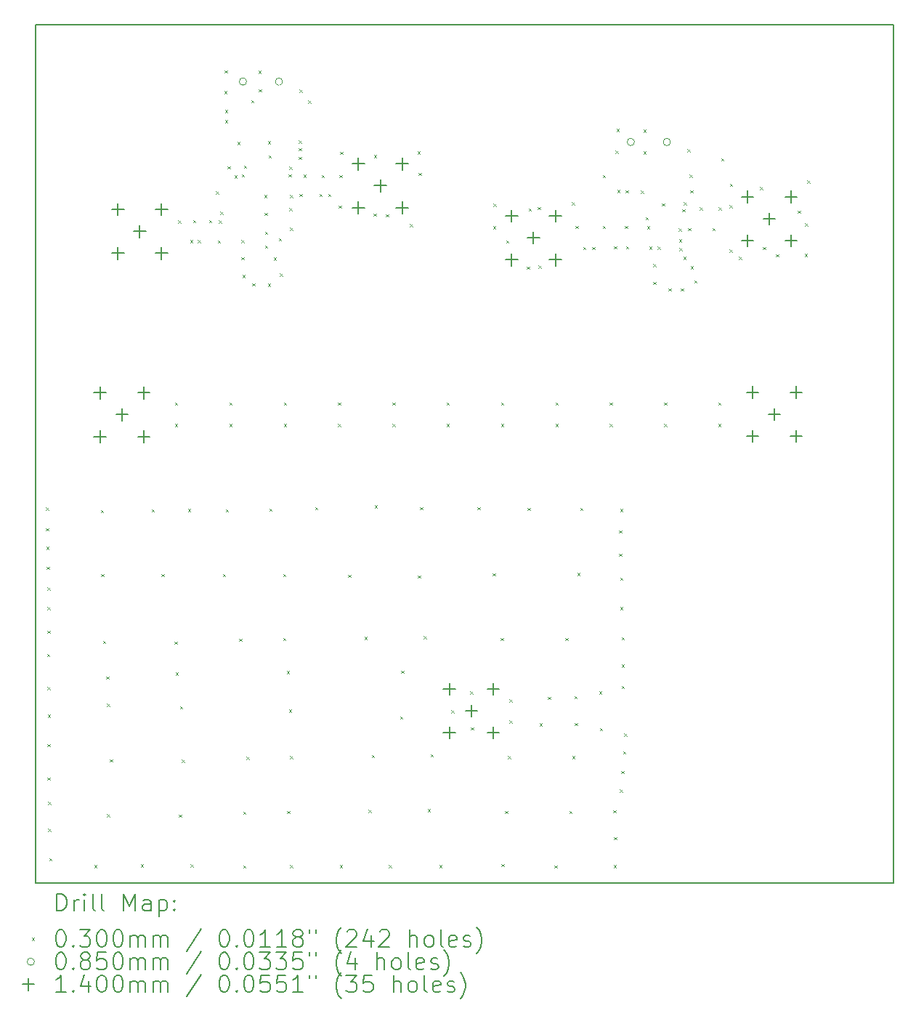
<source format=gbr>
%TF.GenerationSoftware,KiCad,Pcbnew,8.0.8-8.0.8-0~ubuntu24.04.1*%
%TF.CreationDate,2025-01-18T16:04:40+01:00*%
%TF.ProjectId,rf_lna,72665f6c-6e61-42e6-9b69-6361645f7063,rev?*%
%TF.SameCoordinates,Original*%
%TF.FileFunction,Drillmap*%
%TF.FilePolarity,Positive*%
%FSLAX45Y45*%
G04 Gerber Fmt 4.5, Leading zero omitted, Abs format (unit mm)*
G04 Created by KiCad (PCBNEW 8.0.8-8.0.8-0~ubuntu24.04.1) date 2025-01-18 16:04:40*
%MOMM*%
%LPD*%
G01*
G04 APERTURE LIST*
%ADD10C,0.200000*%
%ADD11C,0.100000*%
%ADD12C,0.140000*%
G04 APERTURE END LIST*
D10*
X5000000Y-5000000D02*
X15000000Y-5000000D01*
X15000000Y-15000000D01*
X5000000Y-15000000D01*
X5000000Y-5000000D01*
D11*
X5125000Y-10621000D02*
X5155000Y-10651000D01*
X5155000Y-10621000D02*
X5125000Y-10651000D01*
X5125000Y-10863000D02*
X5155000Y-10893000D01*
X5155000Y-10863000D02*
X5125000Y-10893000D01*
X5130000Y-11081000D02*
X5160000Y-11111000D01*
X5160000Y-11081000D02*
X5130000Y-11111000D01*
X5133000Y-11312000D02*
X5163000Y-11342000D01*
X5163000Y-11312000D02*
X5133000Y-11342000D01*
X5138000Y-12329000D02*
X5168000Y-12359000D01*
X5168000Y-12329000D02*
X5138000Y-12359000D01*
X5139000Y-11555000D02*
X5169000Y-11585000D01*
X5169000Y-11555000D02*
X5139000Y-11585000D01*
X5141000Y-13376000D02*
X5171000Y-13406000D01*
X5171000Y-13376000D02*
X5141000Y-13406000D01*
X5141000Y-13766000D02*
X5171000Y-13796000D01*
X5171000Y-13766000D02*
X5141000Y-13796000D01*
X5143000Y-11783000D02*
X5173000Y-11813000D01*
X5173000Y-11783000D02*
X5143000Y-11813000D01*
X5143000Y-12056000D02*
X5173000Y-12086000D01*
X5173000Y-12056000D02*
X5143000Y-12086000D01*
X5143000Y-12715000D02*
X5173000Y-12745000D01*
X5173000Y-12715000D02*
X5143000Y-12745000D01*
X5146000Y-13034000D02*
X5176000Y-13064000D01*
X5176000Y-13034000D02*
X5146000Y-13064000D01*
X5151000Y-14049000D02*
X5181000Y-14079000D01*
X5181000Y-14049000D02*
X5151000Y-14079000D01*
X5151000Y-14366000D02*
X5181000Y-14396000D01*
X5181000Y-14366000D02*
X5151000Y-14396000D01*
X5161000Y-14708000D02*
X5191000Y-14738000D01*
X5191000Y-14708000D02*
X5161000Y-14738000D01*
X5688000Y-14786000D02*
X5718000Y-14816000D01*
X5718000Y-14786000D02*
X5688000Y-14816000D01*
X5763000Y-10652000D02*
X5793000Y-10682000D01*
X5793000Y-10652000D02*
X5763000Y-10682000D01*
X5766000Y-11397000D02*
X5796000Y-11427000D01*
X5796000Y-11397000D02*
X5766000Y-11427000D01*
X5787000Y-12177000D02*
X5817000Y-12207000D01*
X5817000Y-12177000D02*
X5787000Y-12207000D01*
X5829000Y-12592000D02*
X5859000Y-12622000D01*
X5859000Y-12592000D02*
X5829000Y-12622000D01*
X5836000Y-12908000D02*
X5866000Y-12938000D01*
X5866000Y-12908000D02*
X5836000Y-12938000D01*
X5836000Y-14193000D02*
X5866000Y-14223000D01*
X5866000Y-14193000D02*
X5836000Y-14223000D01*
X5871000Y-13554000D02*
X5901000Y-13584000D01*
X5901000Y-13554000D02*
X5871000Y-13584000D01*
X6229000Y-14781000D02*
X6259000Y-14811000D01*
X6259000Y-14781000D02*
X6229000Y-14811000D01*
X6355000Y-10645000D02*
X6385000Y-10675000D01*
X6385000Y-10645000D02*
X6355000Y-10675000D01*
X6468000Y-11397000D02*
X6498000Y-11427000D01*
X6498000Y-11397000D02*
X6468000Y-11427000D01*
X6623000Y-12184000D02*
X6653000Y-12214000D01*
X6653000Y-12184000D02*
X6623000Y-12214000D01*
X6628333Y-9400000D02*
X6658333Y-9430000D01*
X6658333Y-9400000D02*
X6628333Y-9430000D01*
X6628333Y-9650000D02*
X6658333Y-9680000D01*
X6658333Y-9650000D02*
X6628333Y-9680000D01*
X6637000Y-12542000D02*
X6667000Y-12572000D01*
X6667000Y-12542000D02*
X6637000Y-12572000D01*
X6664000Y-7278000D02*
X6694000Y-7308000D01*
X6694000Y-7278000D02*
X6664000Y-7308000D01*
X6672000Y-14200000D02*
X6702000Y-14230000D01*
X6702000Y-14200000D02*
X6672000Y-14230000D01*
X6686000Y-12936000D02*
X6716000Y-12966000D01*
X6716000Y-12936000D02*
X6686000Y-12966000D01*
X6707000Y-13561000D02*
X6737000Y-13591000D01*
X6737000Y-13561000D02*
X6707000Y-13591000D01*
X6779000Y-10638000D02*
X6809000Y-10668000D01*
X6809000Y-10638000D02*
X6779000Y-10668000D01*
X6806000Y-7507000D02*
X6836000Y-7537000D01*
X6836000Y-7507000D02*
X6806000Y-7537000D01*
X6810000Y-14781000D02*
X6840000Y-14811000D01*
X6840000Y-14781000D02*
X6810000Y-14811000D01*
X6837000Y-7275000D02*
X6867000Y-7305000D01*
X6867000Y-7275000D02*
X6837000Y-7305000D01*
X6894000Y-7504000D02*
X6924000Y-7534000D01*
X6924000Y-7504000D02*
X6894000Y-7534000D01*
X7025000Y-7275000D02*
X7055000Y-7305000D01*
X7055000Y-7275000D02*
X7025000Y-7305000D01*
X7103000Y-6941000D02*
X7133000Y-6971000D01*
X7133000Y-6941000D02*
X7103000Y-6971000D01*
X7125000Y-7510000D02*
X7155000Y-7540000D01*
X7155000Y-7510000D02*
X7125000Y-7540000D01*
X7141000Y-7278000D02*
X7171000Y-7308000D01*
X7171000Y-7278000D02*
X7141000Y-7308000D01*
X7156000Y-7174000D02*
X7186000Y-7204000D01*
X7186000Y-7174000D02*
X7156000Y-7204000D01*
X7185000Y-11397000D02*
X7215000Y-11427000D01*
X7215000Y-11397000D02*
X7185000Y-11427000D01*
X7201000Y-5769000D02*
X7231000Y-5799000D01*
X7231000Y-5769000D02*
X7201000Y-5799000D01*
X7206000Y-5529000D02*
X7236000Y-5559000D01*
X7236000Y-5529000D02*
X7206000Y-5559000D01*
X7212000Y-6108000D02*
X7242000Y-6138000D01*
X7242000Y-6108000D02*
X7212000Y-6138000D01*
X7213000Y-5993000D02*
X7243000Y-6023000D01*
X7243000Y-5993000D02*
X7213000Y-6023000D01*
X7219000Y-10645000D02*
X7249000Y-10675000D01*
X7249000Y-10645000D02*
X7219000Y-10675000D01*
X7240000Y-6645000D02*
X7270000Y-6675000D01*
X7270000Y-6645000D02*
X7240000Y-6675000D01*
X7261667Y-9400000D02*
X7291667Y-9430000D01*
X7291667Y-9400000D02*
X7261667Y-9430000D01*
X7261667Y-9650000D02*
X7291667Y-9680000D01*
X7291667Y-9650000D02*
X7261667Y-9680000D01*
X7320000Y-6751000D02*
X7350000Y-6781000D01*
X7350000Y-6751000D02*
X7320000Y-6781000D01*
X7355000Y-6365000D02*
X7385000Y-6395000D01*
X7385000Y-6365000D02*
X7355000Y-6395000D01*
X7375000Y-12149000D02*
X7405000Y-12179000D01*
X7405000Y-12149000D02*
X7375000Y-12179000D01*
X7400000Y-7505000D02*
X7430000Y-7535000D01*
X7430000Y-7505000D02*
X7400000Y-7535000D01*
X7401000Y-7706000D02*
X7431000Y-7736000D01*
X7431000Y-7706000D02*
X7401000Y-7736000D01*
X7405000Y-6740000D02*
X7435000Y-6770000D01*
X7435000Y-6740000D02*
X7405000Y-6770000D01*
X7414000Y-7912000D02*
X7444000Y-7942000D01*
X7444000Y-7912000D02*
X7414000Y-7942000D01*
X7424000Y-14165000D02*
X7454000Y-14195000D01*
X7454000Y-14165000D02*
X7424000Y-14195000D01*
X7424000Y-14792000D02*
X7454000Y-14822000D01*
X7454000Y-14792000D02*
X7424000Y-14822000D01*
X7430000Y-6640000D02*
X7460000Y-6670000D01*
X7460000Y-6640000D02*
X7430000Y-6670000D01*
X7459000Y-13526000D02*
X7489000Y-13556000D01*
X7489000Y-13526000D02*
X7459000Y-13556000D01*
X7514000Y-5876000D02*
X7544000Y-5906000D01*
X7544000Y-5876000D02*
X7514000Y-5906000D01*
X7530000Y-8010000D02*
X7560000Y-8040000D01*
X7560000Y-8010000D02*
X7530000Y-8040000D01*
X7599000Y-5532000D02*
X7629000Y-5562000D01*
X7629000Y-5532000D02*
X7599000Y-5562000D01*
X7604000Y-5751000D02*
X7634000Y-5781000D01*
X7634000Y-5751000D02*
X7604000Y-5781000D01*
X7670000Y-6980000D02*
X7700000Y-7010000D01*
X7700000Y-6980000D02*
X7670000Y-7010000D01*
X7673000Y-7190000D02*
X7703000Y-7220000D01*
X7703000Y-7190000D02*
X7673000Y-7220000D01*
X7675000Y-7410000D02*
X7705000Y-7440000D01*
X7705000Y-7410000D02*
X7675000Y-7440000D01*
X7675000Y-7570000D02*
X7705000Y-7600000D01*
X7705000Y-7570000D02*
X7675000Y-7600000D01*
X7710000Y-6355000D02*
X7740000Y-6385000D01*
X7740000Y-6355000D02*
X7710000Y-6385000D01*
X7710000Y-8015000D02*
X7740000Y-8045000D01*
X7740000Y-8015000D02*
X7710000Y-8045000D01*
X7720000Y-6520000D02*
X7750000Y-6550000D01*
X7750000Y-6520000D02*
X7720000Y-6550000D01*
X7728000Y-10633000D02*
X7758000Y-10663000D01*
X7758000Y-10633000D02*
X7728000Y-10663000D01*
X7780000Y-7710000D02*
X7810000Y-7740000D01*
X7810000Y-7710000D02*
X7780000Y-7740000D01*
X7836000Y-7485000D02*
X7866000Y-7515000D01*
X7866000Y-7485000D02*
X7836000Y-7515000D01*
X7850000Y-7895000D02*
X7880000Y-7925000D01*
X7880000Y-7895000D02*
X7850000Y-7925000D01*
X7887000Y-11397000D02*
X7917000Y-11427000D01*
X7917000Y-11397000D02*
X7887000Y-11427000D01*
X7887000Y-12142000D02*
X7917000Y-12172000D01*
X7917000Y-12142000D02*
X7887000Y-12172000D01*
X7895000Y-9400000D02*
X7925000Y-9430000D01*
X7925000Y-9400000D02*
X7895000Y-9430000D01*
X7895000Y-9650000D02*
X7925000Y-9680000D01*
X7925000Y-9650000D02*
X7895000Y-9680000D01*
X7930000Y-12528000D02*
X7960000Y-12558000D01*
X7960000Y-12528000D02*
X7930000Y-12558000D01*
X7936000Y-14158000D02*
X7966000Y-14188000D01*
X7966000Y-14158000D02*
X7936000Y-14188000D01*
X7950000Y-6740000D02*
X7980000Y-6770000D01*
X7980000Y-6740000D02*
X7950000Y-6770000D01*
X7958000Y-12978000D02*
X7988000Y-13008000D01*
X7988000Y-12978000D02*
X7958000Y-13008000D01*
X7960000Y-6650000D02*
X7990000Y-6680000D01*
X7990000Y-6650000D02*
X7960000Y-6680000D01*
X7960000Y-7134000D02*
X7990000Y-7164000D01*
X7990000Y-7134000D02*
X7960000Y-7164000D01*
X7967000Y-7362000D02*
X7997000Y-7392000D01*
X7997000Y-7362000D02*
X7967000Y-7392000D01*
X7969000Y-14786000D02*
X7999000Y-14816000D01*
X7999000Y-14786000D02*
X7969000Y-14816000D01*
X7970000Y-6980000D02*
X8000000Y-7010000D01*
X8000000Y-6980000D02*
X7970000Y-7010000D01*
X7971000Y-13519000D02*
X8001000Y-13549000D01*
X8001000Y-13519000D02*
X7971000Y-13549000D01*
X8070000Y-6345000D02*
X8100000Y-6375000D01*
X8100000Y-6345000D02*
X8070000Y-6375000D01*
X8070000Y-6435000D02*
X8100000Y-6465000D01*
X8100000Y-6435000D02*
X8070000Y-6465000D01*
X8070000Y-6535000D02*
X8100000Y-6565000D01*
X8100000Y-6535000D02*
X8070000Y-6565000D01*
X8080000Y-5755000D02*
X8110000Y-5785000D01*
X8110000Y-5755000D02*
X8080000Y-5785000D01*
X8080000Y-6970000D02*
X8110000Y-7000000D01*
X8110000Y-6970000D02*
X8080000Y-7000000D01*
X8127000Y-6746000D02*
X8157000Y-6776000D01*
X8157000Y-6746000D02*
X8127000Y-6776000D01*
X8180000Y-5880000D02*
X8210000Y-5910000D01*
X8210000Y-5880000D02*
X8180000Y-5910000D01*
X8262000Y-10619000D02*
X8292000Y-10649000D01*
X8292000Y-10619000D02*
X8262000Y-10649000D01*
X8310000Y-6967000D02*
X8340000Y-6997000D01*
X8340000Y-6967000D02*
X8310000Y-6997000D01*
X8337000Y-6749000D02*
X8367000Y-6779000D01*
X8367000Y-6749000D02*
X8337000Y-6779000D01*
X8413000Y-6967000D02*
X8443000Y-6997000D01*
X8443000Y-6967000D02*
X8413000Y-6997000D01*
X8528333Y-9400000D02*
X8558333Y-9430000D01*
X8558333Y-9400000D02*
X8528333Y-9430000D01*
X8528333Y-9650000D02*
X8558333Y-9680000D01*
X8558333Y-9650000D02*
X8528333Y-9680000D01*
X8536000Y-7104000D02*
X8566000Y-7134000D01*
X8566000Y-7104000D02*
X8536000Y-7134000D01*
X8546000Y-6749000D02*
X8576000Y-6779000D01*
X8576000Y-6749000D02*
X8546000Y-6779000D01*
X8548000Y-14786000D02*
X8578000Y-14816000D01*
X8578000Y-14786000D02*
X8548000Y-14816000D01*
X8551000Y-6478000D02*
X8581000Y-6508000D01*
X8581000Y-6478000D02*
X8551000Y-6508000D01*
X8646000Y-11405000D02*
X8676000Y-11435000D01*
X8676000Y-11405000D02*
X8646000Y-11435000D01*
X8836000Y-12128000D02*
X8866000Y-12158000D01*
X8866000Y-12128000D02*
X8836000Y-12158000D01*
X8885000Y-14144000D02*
X8915000Y-14174000D01*
X8915000Y-14144000D02*
X8885000Y-14174000D01*
X8920000Y-13505000D02*
X8950000Y-13535000D01*
X8950000Y-13505000D02*
X8920000Y-13535000D01*
X8943000Y-7197000D02*
X8973000Y-7227000D01*
X8973000Y-7197000D02*
X8943000Y-7227000D01*
X8948000Y-6517000D02*
X8978000Y-6547000D01*
X8978000Y-6517000D02*
X8948000Y-6547000D01*
X8957000Y-10598000D02*
X8987000Y-10628000D01*
X8987000Y-10598000D02*
X8957000Y-10628000D01*
X9085000Y-7204000D02*
X9115000Y-7234000D01*
X9115000Y-7204000D02*
X9085000Y-7234000D01*
X9122000Y-14786000D02*
X9152000Y-14816000D01*
X9152000Y-14786000D02*
X9122000Y-14816000D01*
X9161667Y-9400000D02*
X9191667Y-9430000D01*
X9191667Y-9400000D02*
X9161667Y-9430000D01*
X9161667Y-9650000D02*
X9191667Y-9680000D01*
X9191667Y-9650000D02*
X9161667Y-9680000D01*
X9251000Y-13055000D02*
X9281000Y-13085000D01*
X9281000Y-13055000D02*
X9251000Y-13085000D01*
X9265000Y-12521000D02*
X9295000Y-12551000D01*
X9295000Y-12521000D02*
X9265000Y-12551000D01*
X9366000Y-7322000D02*
X9396000Y-7352000D01*
X9396000Y-7322000D02*
X9366000Y-7352000D01*
X9456000Y-6474000D02*
X9486000Y-6504000D01*
X9486000Y-6474000D02*
X9456000Y-6504000D01*
X9461000Y-11412000D02*
X9491000Y-11442000D01*
X9491000Y-11412000D02*
X9461000Y-11442000D01*
X9467000Y-6722000D02*
X9497000Y-6752000D01*
X9497000Y-6722000D02*
X9467000Y-6752000D01*
X9484000Y-10619000D02*
X9514000Y-10649000D01*
X9514000Y-10619000D02*
X9484000Y-10649000D01*
X9525000Y-12121000D02*
X9555000Y-12151000D01*
X9555000Y-12121000D02*
X9525000Y-12151000D01*
X9574000Y-14137000D02*
X9604000Y-14167000D01*
X9604000Y-14137000D02*
X9574000Y-14167000D01*
X9609000Y-13498000D02*
X9639000Y-13528000D01*
X9639000Y-13498000D02*
X9609000Y-13528000D01*
X9708000Y-14786000D02*
X9738000Y-14816000D01*
X9738000Y-14786000D02*
X9708000Y-14816000D01*
X9795000Y-9400000D02*
X9825000Y-9430000D01*
X9825000Y-9400000D02*
X9795000Y-9430000D01*
X9795000Y-9650000D02*
X9825000Y-9680000D01*
X9825000Y-9650000D02*
X9795000Y-9680000D01*
X9850000Y-12986000D02*
X9880000Y-13016000D01*
X9880000Y-12986000D02*
X9850000Y-13016000D01*
X10068000Y-12766000D02*
X10098000Y-12796000D01*
X10098000Y-12766000D02*
X10068000Y-12796000D01*
X10078000Y-13183000D02*
X10108000Y-13213000D01*
X10108000Y-13183000D02*
X10078000Y-13213000D01*
X10152000Y-10619000D02*
X10182000Y-10649000D01*
X10182000Y-10619000D02*
X10152000Y-10649000D01*
X10332000Y-11390000D02*
X10362000Y-11420000D01*
X10362000Y-11390000D02*
X10332000Y-11420000D01*
X10337000Y-7344000D02*
X10367000Y-7374000D01*
X10367000Y-7344000D02*
X10337000Y-7374000D01*
X10340000Y-7081000D02*
X10370000Y-7111000D01*
X10370000Y-7081000D02*
X10340000Y-7111000D01*
X10424000Y-12142000D02*
X10454000Y-12172000D01*
X10454000Y-12142000D02*
X10424000Y-12172000D01*
X10428333Y-9400000D02*
X10458333Y-9430000D01*
X10458333Y-9400000D02*
X10428333Y-9430000D01*
X10428333Y-9650000D02*
X10458333Y-9680000D01*
X10458333Y-9650000D02*
X10428333Y-9680000D01*
X10434000Y-14774000D02*
X10464000Y-14804000D01*
X10464000Y-14774000D02*
X10434000Y-14804000D01*
X10473000Y-14158000D02*
X10503000Y-14188000D01*
X10503000Y-14158000D02*
X10473000Y-14188000D01*
X10488000Y-7509000D02*
X10518000Y-7539000D01*
X10518000Y-7509000D02*
X10488000Y-7539000D01*
X10508000Y-13519000D02*
X10538000Y-13549000D01*
X10538000Y-13519000D02*
X10508000Y-13549000D01*
X10525000Y-12859000D02*
X10555000Y-12889000D01*
X10555000Y-12859000D02*
X10525000Y-12889000D01*
X10527000Y-13104000D02*
X10557000Y-13134000D01*
X10557000Y-13104000D02*
X10527000Y-13134000D01*
X10730000Y-7817000D02*
X10760000Y-7847000D01*
X10760000Y-7817000D02*
X10730000Y-7847000D01*
X10737000Y-10626000D02*
X10767000Y-10656000D01*
X10767000Y-10626000D02*
X10737000Y-10656000D01*
X10749000Y-7139000D02*
X10779000Y-7169000D01*
X10779000Y-7139000D02*
X10749000Y-7169000D01*
X10857000Y-7121000D02*
X10887000Y-7151000D01*
X10887000Y-7121000D02*
X10857000Y-7151000D01*
X10864000Y-7803000D02*
X10894000Y-7833000D01*
X10894000Y-7803000D02*
X10864000Y-7833000D01*
X10878000Y-13135000D02*
X10908000Y-13165000D01*
X10908000Y-13135000D02*
X10878000Y-13165000D01*
X10973000Y-12828000D02*
X11003000Y-12858000D01*
X11003000Y-12828000D02*
X10973000Y-12858000D01*
X11049000Y-14792000D02*
X11079000Y-14822000D01*
X11079000Y-14792000D02*
X11049000Y-14822000D01*
X11061667Y-9400000D02*
X11091667Y-9430000D01*
X11091667Y-9400000D02*
X11061667Y-9430000D01*
X11061667Y-9650000D02*
X11091667Y-9680000D01*
X11091667Y-9650000D02*
X11061667Y-9680000D01*
X11176000Y-12142000D02*
X11206000Y-12172000D01*
X11206000Y-12142000D02*
X11176000Y-12172000D01*
X11225000Y-14158000D02*
X11255000Y-14188000D01*
X11255000Y-14158000D02*
X11225000Y-14188000D01*
X11255000Y-7064000D02*
X11285000Y-7094000D01*
X11285000Y-7064000D02*
X11255000Y-7094000D01*
X11260000Y-13519000D02*
X11290000Y-13549000D01*
X11290000Y-13519000D02*
X11260000Y-13549000D01*
X11282000Y-12821000D02*
X11312000Y-12851000D01*
X11312000Y-12821000D02*
X11282000Y-12851000D01*
X11290000Y-13131000D02*
X11320000Y-13161000D01*
X11320000Y-13131000D02*
X11290000Y-13161000D01*
X11295000Y-7343000D02*
X11325000Y-7373000D01*
X11325000Y-7343000D02*
X11295000Y-7373000D01*
X11316000Y-11383000D02*
X11346000Y-11413000D01*
X11346000Y-11383000D02*
X11316000Y-11413000D01*
X11353000Y-10626000D02*
X11383000Y-10656000D01*
X11383000Y-10626000D02*
X11353000Y-10656000D01*
X11386000Y-7586000D02*
X11416000Y-7616000D01*
X11416000Y-7586000D02*
X11386000Y-7616000D01*
X11491000Y-7586000D02*
X11521000Y-7616000D01*
X11521000Y-7586000D02*
X11491000Y-7616000D01*
X11570000Y-12764000D02*
X11600000Y-12794000D01*
X11600000Y-12764000D02*
X11570000Y-12794000D01*
X11580000Y-13190000D02*
X11610000Y-13220000D01*
X11610000Y-13190000D02*
X11580000Y-13220000D01*
X11614000Y-6748000D02*
X11644000Y-6778000D01*
X11644000Y-6748000D02*
X11614000Y-6778000D01*
X11614000Y-7343000D02*
X11644000Y-7373000D01*
X11644000Y-7343000D02*
X11614000Y-7373000D01*
X11695000Y-9400000D02*
X11725000Y-9430000D01*
X11725000Y-9400000D02*
X11695000Y-9430000D01*
X11695000Y-9650000D02*
X11725000Y-9680000D01*
X11725000Y-9650000D02*
X11695000Y-9680000D01*
X11736000Y-14149000D02*
X11766000Y-14179000D01*
X11766000Y-14149000D02*
X11736000Y-14179000D01*
X11739000Y-14786000D02*
X11769000Y-14816000D01*
X11769000Y-14786000D02*
X11739000Y-14816000D01*
X11744000Y-14460000D02*
X11774000Y-14490000D01*
X11774000Y-14460000D02*
X11744000Y-14490000D01*
X11745000Y-7578000D02*
X11775000Y-7608000D01*
X11775000Y-7578000D02*
X11745000Y-7608000D01*
X11764000Y-6463000D02*
X11794000Y-6493000D01*
X11794000Y-6463000D02*
X11764000Y-6493000D01*
X11773000Y-6213000D02*
X11803000Y-6243000D01*
X11803000Y-6213000D02*
X11773000Y-6243000D01*
X11782000Y-6922000D02*
X11812000Y-6952000D01*
X11812000Y-6922000D02*
X11782000Y-6952000D01*
X11804000Y-11158000D02*
X11834000Y-11188000D01*
X11834000Y-11158000D02*
X11804000Y-11188000D01*
X11805000Y-10889000D02*
X11835000Y-10919000D01*
X11835000Y-10889000D02*
X11805000Y-10919000D01*
X11812000Y-13908000D02*
X11842000Y-13938000D01*
X11842000Y-13908000D02*
X11812000Y-13938000D01*
X11816000Y-10637000D02*
X11846000Y-10667000D01*
X11846000Y-10637000D02*
X11816000Y-10667000D01*
X11818000Y-11440000D02*
X11848000Y-11470000D01*
X11848000Y-11440000D02*
X11818000Y-11470000D01*
X11818000Y-11784000D02*
X11848000Y-11814000D01*
X11848000Y-11784000D02*
X11818000Y-11814000D01*
X11829000Y-13691000D02*
X11859000Y-13721000D01*
X11859000Y-13691000D02*
X11829000Y-13721000D01*
X11832000Y-12135000D02*
X11862000Y-12165000D01*
X11862000Y-12135000D02*
X11832000Y-12165000D01*
X11832000Y-12451000D02*
X11862000Y-12481000D01*
X11862000Y-12451000D02*
X11832000Y-12481000D01*
X11835000Y-12700000D02*
X11865000Y-12730000D01*
X11865000Y-12700000D02*
X11835000Y-12730000D01*
X11849000Y-13461000D02*
X11879000Y-13491000D01*
X11879000Y-13461000D02*
X11849000Y-13491000D01*
X11863000Y-13253000D02*
X11893000Y-13283000D01*
X11893000Y-13253000D02*
X11863000Y-13283000D01*
X11873000Y-7342000D02*
X11903000Y-7372000D01*
X11903000Y-7342000D02*
X11873000Y-7372000D01*
X11881000Y-6926000D02*
X11911000Y-6956000D01*
X11911000Y-6926000D02*
X11881000Y-6956000D01*
X11884000Y-7579000D02*
X11914000Y-7609000D01*
X11914000Y-7579000D02*
X11884000Y-7609000D01*
X12056000Y-6929000D02*
X12086000Y-6959000D01*
X12086000Y-6929000D02*
X12056000Y-6959000D01*
X12087000Y-6221000D02*
X12117000Y-6251000D01*
X12117000Y-6221000D02*
X12087000Y-6251000D01*
X12087000Y-6472000D02*
X12117000Y-6502000D01*
X12117000Y-6472000D02*
X12087000Y-6502000D01*
X12115000Y-7240000D02*
X12145000Y-7270000D01*
X12145000Y-7240000D02*
X12115000Y-7270000D01*
X12130000Y-7345000D02*
X12160000Y-7375000D01*
X12160000Y-7345000D02*
X12130000Y-7375000D01*
X12157000Y-7583000D02*
X12187000Y-7613000D01*
X12187000Y-7583000D02*
X12157000Y-7613000D01*
X12202000Y-7784000D02*
X12232000Y-7814000D01*
X12232000Y-7784000D02*
X12202000Y-7814000D01*
X12202000Y-7994000D02*
X12232000Y-8024000D01*
X12232000Y-7994000D02*
X12202000Y-8024000D01*
X12253000Y-7584000D02*
X12283000Y-7614000D01*
X12283000Y-7584000D02*
X12253000Y-7614000D01*
X12303000Y-7078000D02*
X12333000Y-7108000D01*
X12333000Y-7078000D02*
X12303000Y-7108000D01*
X12328333Y-9400000D02*
X12358333Y-9430000D01*
X12358333Y-9400000D02*
X12328333Y-9430000D01*
X12328333Y-9650000D02*
X12358333Y-9680000D01*
X12358333Y-9650000D02*
X12328333Y-9680000D01*
X12380000Y-8070000D02*
X12410000Y-8100000D01*
X12410000Y-8070000D02*
X12380000Y-8100000D01*
X12500000Y-7370000D02*
X12530000Y-7400000D01*
X12530000Y-7370000D02*
X12500000Y-7400000D01*
X12504000Y-7496000D02*
X12534000Y-7526000D01*
X12534000Y-7496000D02*
X12504000Y-7526000D01*
X12505000Y-7600000D02*
X12535000Y-7630000D01*
X12535000Y-7600000D02*
X12505000Y-7630000D01*
X12525000Y-8070000D02*
X12555000Y-8100000D01*
X12555000Y-8070000D02*
X12525000Y-8100000D01*
X12543000Y-7147000D02*
X12573000Y-7177000D01*
X12573000Y-7147000D02*
X12543000Y-7177000D01*
X12555000Y-7700000D02*
X12585000Y-7730000D01*
X12585000Y-7700000D02*
X12555000Y-7730000D01*
X12560000Y-7065000D02*
X12590000Y-7095000D01*
X12590000Y-7065000D02*
X12560000Y-7095000D01*
X12600000Y-6450000D02*
X12630000Y-6480000D01*
X12630000Y-6450000D02*
X12600000Y-6480000D01*
X12608000Y-7367000D02*
X12638000Y-7397000D01*
X12638000Y-7367000D02*
X12608000Y-7397000D01*
X12625000Y-6745000D02*
X12655000Y-6775000D01*
X12655000Y-6745000D02*
X12625000Y-6775000D01*
X12632000Y-6928000D02*
X12662000Y-6958000D01*
X12662000Y-6928000D02*
X12632000Y-6958000D01*
X12640000Y-7810000D02*
X12670000Y-7840000D01*
X12670000Y-7810000D02*
X12640000Y-7840000D01*
X12680000Y-7975000D02*
X12710000Y-8005000D01*
X12710000Y-7975000D02*
X12680000Y-8005000D01*
X12746000Y-7123000D02*
X12776000Y-7153000D01*
X12776000Y-7123000D02*
X12746000Y-7153000D01*
X12894000Y-7367000D02*
X12924000Y-7397000D01*
X12924000Y-7367000D02*
X12894000Y-7397000D01*
X12961667Y-9400000D02*
X12991667Y-9430000D01*
X12991667Y-9400000D02*
X12961667Y-9430000D01*
X12961667Y-9650000D02*
X12991667Y-9680000D01*
X12991667Y-9650000D02*
X12961667Y-9680000D01*
X12965000Y-7124000D02*
X12995000Y-7154000D01*
X12995000Y-7124000D02*
X12965000Y-7154000D01*
X12995000Y-6555000D02*
X13025000Y-6585000D01*
X13025000Y-6555000D02*
X12995000Y-6585000D01*
X13089000Y-7102000D02*
X13119000Y-7132000D01*
X13119000Y-7102000D02*
X13089000Y-7132000D01*
X13093000Y-7617000D02*
X13123000Y-7647000D01*
X13123000Y-7617000D02*
X13093000Y-7647000D01*
X13094000Y-6850000D02*
X13124000Y-6880000D01*
X13124000Y-6850000D02*
X13094000Y-6880000D01*
X13199000Y-7703000D02*
X13229000Y-7733000D01*
X13229000Y-7703000D02*
X13199000Y-7733000D01*
X13448000Y-6887000D02*
X13478000Y-6917000D01*
X13478000Y-6887000D02*
X13448000Y-6917000D01*
X13482000Y-7586000D02*
X13512000Y-7616000D01*
X13512000Y-7586000D02*
X13482000Y-7616000D01*
X13633000Y-7673000D02*
X13663000Y-7703000D01*
X13663000Y-7673000D02*
X13633000Y-7703000D01*
X13888000Y-7165000D02*
X13918000Y-7195000D01*
X13918000Y-7165000D02*
X13888000Y-7195000D01*
X13968000Y-7667000D02*
X13998000Y-7697000D01*
X13998000Y-7667000D02*
X13968000Y-7697000D01*
X13971000Y-7312000D02*
X14001000Y-7342000D01*
X14001000Y-7312000D02*
X13971000Y-7342000D01*
X13998000Y-6812000D02*
X14028000Y-6842000D01*
X14028000Y-6812000D02*
X13998000Y-6842000D01*
X7462500Y-5660000D02*
G75*
G02*
X7377500Y-5660000I-42500J0D01*
G01*
X7377500Y-5660000D02*
G75*
G02*
X7462500Y-5660000I42500J0D01*
G01*
X7882500Y-5660000D02*
G75*
G02*
X7797500Y-5660000I-42500J0D01*
G01*
X7797500Y-5660000D02*
G75*
G02*
X7882500Y-5660000I42500J0D01*
G01*
X11983750Y-6364000D02*
G75*
G02*
X11898750Y-6364000I-42500J0D01*
G01*
X11898750Y-6364000D02*
G75*
G02*
X11983750Y-6364000I42500J0D01*
G01*
X12403750Y-6364000D02*
G75*
G02*
X12318750Y-6364000I-42500J0D01*
G01*
X12318750Y-6364000D02*
G75*
G02*
X12403750Y-6364000I42500J0D01*
G01*
D12*
X5755000Y-9215000D02*
X5755000Y-9355000D01*
X5685000Y-9285000D02*
X5825000Y-9285000D01*
X5755000Y-9725000D02*
X5755000Y-9865000D01*
X5685000Y-9795000D02*
X5825000Y-9795000D01*
X5962500Y-7080000D02*
X5962500Y-7220000D01*
X5892500Y-7150000D02*
X6032500Y-7150000D01*
X5962500Y-7590000D02*
X5962500Y-7730000D01*
X5892500Y-7660000D02*
X6032500Y-7660000D01*
X6010000Y-9470000D02*
X6010000Y-9610000D01*
X5940000Y-9540000D02*
X6080000Y-9540000D01*
X6217500Y-7335000D02*
X6217500Y-7475000D01*
X6147500Y-7405000D02*
X6287500Y-7405000D01*
X6265000Y-9215000D02*
X6265000Y-9355000D01*
X6195000Y-9285000D02*
X6335000Y-9285000D01*
X6265000Y-9725000D02*
X6265000Y-9865000D01*
X6195000Y-9795000D02*
X6335000Y-9795000D01*
X6472500Y-7080000D02*
X6472500Y-7220000D01*
X6402500Y-7150000D02*
X6542500Y-7150000D01*
X6472500Y-7590000D02*
X6472500Y-7730000D01*
X6402500Y-7660000D02*
X6542500Y-7660000D01*
X8767000Y-6548000D02*
X8767000Y-6688000D01*
X8697000Y-6618000D02*
X8837000Y-6618000D01*
X8767000Y-7058000D02*
X8767000Y-7198000D01*
X8697000Y-7128000D02*
X8837000Y-7128000D01*
X9022000Y-6803000D02*
X9022000Y-6943000D01*
X8952000Y-6873000D02*
X9092000Y-6873000D01*
X9277000Y-6548000D02*
X9277000Y-6688000D01*
X9207000Y-6618000D02*
X9347000Y-6618000D01*
X9277000Y-7058000D02*
X9277000Y-7198000D01*
X9207000Y-7128000D02*
X9347000Y-7128000D01*
X9827500Y-12665000D02*
X9827500Y-12805000D01*
X9757500Y-12735000D02*
X9897500Y-12735000D01*
X9827500Y-13175000D02*
X9827500Y-13315000D01*
X9757500Y-13245000D02*
X9897500Y-13245000D01*
X10082500Y-12920000D02*
X10082500Y-13060000D01*
X10012500Y-12990000D02*
X10152500Y-12990000D01*
X10337500Y-12665000D02*
X10337500Y-12805000D01*
X10267500Y-12735000D02*
X10407500Y-12735000D01*
X10337500Y-13175000D02*
X10337500Y-13315000D01*
X10267500Y-13245000D02*
X10407500Y-13245000D01*
X10552500Y-7155000D02*
X10552500Y-7295000D01*
X10482500Y-7225000D02*
X10622500Y-7225000D01*
X10552500Y-7665000D02*
X10552500Y-7805000D01*
X10482500Y-7735000D02*
X10622500Y-7735000D01*
X10807500Y-7410000D02*
X10807500Y-7550000D01*
X10737500Y-7480000D02*
X10877500Y-7480000D01*
X11062500Y-7155000D02*
X11062500Y-7295000D01*
X10992500Y-7225000D02*
X11132500Y-7225000D01*
X11062500Y-7665000D02*
X11062500Y-7805000D01*
X10992500Y-7735000D02*
X11132500Y-7735000D01*
X13300000Y-6932500D02*
X13300000Y-7072500D01*
X13230000Y-7002500D02*
X13370000Y-7002500D01*
X13300000Y-7442500D02*
X13300000Y-7582500D01*
X13230000Y-7512500D02*
X13370000Y-7512500D01*
X13360000Y-9210000D02*
X13360000Y-9350000D01*
X13290000Y-9280000D02*
X13430000Y-9280000D01*
X13360000Y-9720000D02*
X13360000Y-9860000D01*
X13290000Y-9790000D02*
X13430000Y-9790000D01*
X13555000Y-7187500D02*
X13555000Y-7327500D01*
X13485000Y-7257500D02*
X13625000Y-7257500D01*
X13615000Y-9465000D02*
X13615000Y-9605000D01*
X13545000Y-9535000D02*
X13685000Y-9535000D01*
X13810000Y-6932500D02*
X13810000Y-7072500D01*
X13740000Y-7002500D02*
X13880000Y-7002500D01*
X13810000Y-7442500D02*
X13810000Y-7582500D01*
X13740000Y-7512500D02*
X13880000Y-7512500D01*
X13870000Y-9210000D02*
X13870000Y-9350000D01*
X13800000Y-9280000D02*
X13940000Y-9280000D01*
X13870000Y-9720000D02*
X13870000Y-9860000D01*
X13800000Y-9790000D02*
X13940000Y-9790000D01*
D10*
X5250777Y-15321484D02*
X5250777Y-15121484D01*
X5250777Y-15121484D02*
X5298396Y-15121484D01*
X5298396Y-15121484D02*
X5326967Y-15131008D01*
X5326967Y-15131008D02*
X5346015Y-15150055D01*
X5346015Y-15150055D02*
X5355539Y-15169103D01*
X5355539Y-15169103D02*
X5365063Y-15207198D01*
X5365063Y-15207198D02*
X5365063Y-15235769D01*
X5365063Y-15235769D02*
X5355539Y-15273865D01*
X5355539Y-15273865D02*
X5346015Y-15292912D01*
X5346015Y-15292912D02*
X5326967Y-15311960D01*
X5326967Y-15311960D02*
X5298396Y-15321484D01*
X5298396Y-15321484D02*
X5250777Y-15321484D01*
X5450777Y-15321484D02*
X5450777Y-15188150D01*
X5450777Y-15226246D02*
X5460301Y-15207198D01*
X5460301Y-15207198D02*
X5469824Y-15197674D01*
X5469824Y-15197674D02*
X5488872Y-15188150D01*
X5488872Y-15188150D02*
X5507920Y-15188150D01*
X5574586Y-15321484D02*
X5574586Y-15188150D01*
X5574586Y-15121484D02*
X5565063Y-15131008D01*
X5565063Y-15131008D02*
X5574586Y-15140531D01*
X5574586Y-15140531D02*
X5584110Y-15131008D01*
X5584110Y-15131008D02*
X5574586Y-15121484D01*
X5574586Y-15121484D02*
X5574586Y-15140531D01*
X5698396Y-15321484D02*
X5679348Y-15311960D01*
X5679348Y-15311960D02*
X5669824Y-15292912D01*
X5669824Y-15292912D02*
X5669824Y-15121484D01*
X5803158Y-15321484D02*
X5784110Y-15311960D01*
X5784110Y-15311960D02*
X5774586Y-15292912D01*
X5774586Y-15292912D02*
X5774586Y-15121484D01*
X6031729Y-15321484D02*
X6031729Y-15121484D01*
X6031729Y-15121484D02*
X6098396Y-15264341D01*
X6098396Y-15264341D02*
X6165062Y-15121484D01*
X6165062Y-15121484D02*
X6165062Y-15321484D01*
X6346015Y-15321484D02*
X6346015Y-15216722D01*
X6346015Y-15216722D02*
X6336491Y-15197674D01*
X6336491Y-15197674D02*
X6317443Y-15188150D01*
X6317443Y-15188150D02*
X6279348Y-15188150D01*
X6279348Y-15188150D02*
X6260301Y-15197674D01*
X6346015Y-15311960D02*
X6326967Y-15321484D01*
X6326967Y-15321484D02*
X6279348Y-15321484D01*
X6279348Y-15321484D02*
X6260301Y-15311960D01*
X6260301Y-15311960D02*
X6250777Y-15292912D01*
X6250777Y-15292912D02*
X6250777Y-15273865D01*
X6250777Y-15273865D02*
X6260301Y-15254817D01*
X6260301Y-15254817D02*
X6279348Y-15245293D01*
X6279348Y-15245293D02*
X6326967Y-15245293D01*
X6326967Y-15245293D02*
X6346015Y-15235769D01*
X6441253Y-15188150D02*
X6441253Y-15388150D01*
X6441253Y-15197674D02*
X6460301Y-15188150D01*
X6460301Y-15188150D02*
X6498396Y-15188150D01*
X6498396Y-15188150D02*
X6517443Y-15197674D01*
X6517443Y-15197674D02*
X6526967Y-15207198D01*
X6526967Y-15207198D02*
X6536491Y-15226246D01*
X6536491Y-15226246D02*
X6536491Y-15283388D01*
X6536491Y-15283388D02*
X6526967Y-15302436D01*
X6526967Y-15302436D02*
X6517443Y-15311960D01*
X6517443Y-15311960D02*
X6498396Y-15321484D01*
X6498396Y-15321484D02*
X6460301Y-15321484D01*
X6460301Y-15321484D02*
X6441253Y-15311960D01*
X6622205Y-15302436D02*
X6631729Y-15311960D01*
X6631729Y-15311960D02*
X6622205Y-15321484D01*
X6622205Y-15321484D02*
X6612682Y-15311960D01*
X6612682Y-15311960D02*
X6622205Y-15302436D01*
X6622205Y-15302436D02*
X6622205Y-15321484D01*
X6622205Y-15197674D02*
X6631729Y-15207198D01*
X6631729Y-15207198D02*
X6622205Y-15216722D01*
X6622205Y-15216722D02*
X6612682Y-15207198D01*
X6612682Y-15207198D02*
X6622205Y-15197674D01*
X6622205Y-15197674D02*
X6622205Y-15216722D01*
D11*
X4960000Y-15635000D02*
X4990000Y-15665000D01*
X4990000Y-15635000D02*
X4960000Y-15665000D01*
D10*
X5288872Y-15541484D02*
X5307920Y-15541484D01*
X5307920Y-15541484D02*
X5326967Y-15551008D01*
X5326967Y-15551008D02*
X5336491Y-15560531D01*
X5336491Y-15560531D02*
X5346015Y-15579579D01*
X5346015Y-15579579D02*
X5355539Y-15617674D01*
X5355539Y-15617674D02*
X5355539Y-15665293D01*
X5355539Y-15665293D02*
X5346015Y-15703388D01*
X5346015Y-15703388D02*
X5336491Y-15722436D01*
X5336491Y-15722436D02*
X5326967Y-15731960D01*
X5326967Y-15731960D02*
X5307920Y-15741484D01*
X5307920Y-15741484D02*
X5288872Y-15741484D01*
X5288872Y-15741484D02*
X5269824Y-15731960D01*
X5269824Y-15731960D02*
X5260301Y-15722436D01*
X5260301Y-15722436D02*
X5250777Y-15703388D01*
X5250777Y-15703388D02*
X5241253Y-15665293D01*
X5241253Y-15665293D02*
X5241253Y-15617674D01*
X5241253Y-15617674D02*
X5250777Y-15579579D01*
X5250777Y-15579579D02*
X5260301Y-15560531D01*
X5260301Y-15560531D02*
X5269824Y-15551008D01*
X5269824Y-15551008D02*
X5288872Y-15541484D01*
X5441253Y-15722436D02*
X5450777Y-15731960D01*
X5450777Y-15731960D02*
X5441253Y-15741484D01*
X5441253Y-15741484D02*
X5431729Y-15731960D01*
X5431729Y-15731960D02*
X5441253Y-15722436D01*
X5441253Y-15722436D02*
X5441253Y-15741484D01*
X5517444Y-15541484D02*
X5641253Y-15541484D01*
X5641253Y-15541484D02*
X5574586Y-15617674D01*
X5574586Y-15617674D02*
X5603158Y-15617674D01*
X5603158Y-15617674D02*
X5622205Y-15627198D01*
X5622205Y-15627198D02*
X5631729Y-15636722D01*
X5631729Y-15636722D02*
X5641253Y-15655769D01*
X5641253Y-15655769D02*
X5641253Y-15703388D01*
X5641253Y-15703388D02*
X5631729Y-15722436D01*
X5631729Y-15722436D02*
X5622205Y-15731960D01*
X5622205Y-15731960D02*
X5603158Y-15741484D01*
X5603158Y-15741484D02*
X5546015Y-15741484D01*
X5546015Y-15741484D02*
X5526967Y-15731960D01*
X5526967Y-15731960D02*
X5517444Y-15722436D01*
X5765062Y-15541484D02*
X5784110Y-15541484D01*
X5784110Y-15541484D02*
X5803158Y-15551008D01*
X5803158Y-15551008D02*
X5812682Y-15560531D01*
X5812682Y-15560531D02*
X5822205Y-15579579D01*
X5822205Y-15579579D02*
X5831729Y-15617674D01*
X5831729Y-15617674D02*
X5831729Y-15665293D01*
X5831729Y-15665293D02*
X5822205Y-15703388D01*
X5822205Y-15703388D02*
X5812682Y-15722436D01*
X5812682Y-15722436D02*
X5803158Y-15731960D01*
X5803158Y-15731960D02*
X5784110Y-15741484D01*
X5784110Y-15741484D02*
X5765062Y-15741484D01*
X5765062Y-15741484D02*
X5746015Y-15731960D01*
X5746015Y-15731960D02*
X5736491Y-15722436D01*
X5736491Y-15722436D02*
X5726967Y-15703388D01*
X5726967Y-15703388D02*
X5717443Y-15665293D01*
X5717443Y-15665293D02*
X5717443Y-15617674D01*
X5717443Y-15617674D02*
X5726967Y-15579579D01*
X5726967Y-15579579D02*
X5736491Y-15560531D01*
X5736491Y-15560531D02*
X5746015Y-15551008D01*
X5746015Y-15551008D02*
X5765062Y-15541484D01*
X5955539Y-15541484D02*
X5974586Y-15541484D01*
X5974586Y-15541484D02*
X5993634Y-15551008D01*
X5993634Y-15551008D02*
X6003158Y-15560531D01*
X6003158Y-15560531D02*
X6012682Y-15579579D01*
X6012682Y-15579579D02*
X6022205Y-15617674D01*
X6022205Y-15617674D02*
X6022205Y-15665293D01*
X6022205Y-15665293D02*
X6012682Y-15703388D01*
X6012682Y-15703388D02*
X6003158Y-15722436D01*
X6003158Y-15722436D02*
X5993634Y-15731960D01*
X5993634Y-15731960D02*
X5974586Y-15741484D01*
X5974586Y-15741484D02*
X5955539Y-15741484D01*
X5955539Y-15741484D02*
X5936491Y-15731960D01*
X5936491Y-15731960D02*
X5926967Y-15722436D01*
X5926967Y-15722436D02*
X5917443Y-15703388D01*
X5917443Y-15703388D02*
X5907920Y-15665293D01*
X5907920Y-15665293D02*
X5907920Y-15617674D01*
X5907920Y-15617674D02*
X5917443Y-15579579D01*
X5917443Y-15579579D02*
X5926967Y-15560531D01*
X5926967Y-15560531D02*
X5936491Y-15551008D01*
X5936491Y-15551008D02*
X5955539Y-15541484D01*
X6107920Y-15741484D02*
X6107920Y-15608150D01*
X6107920Y-15627198D02*
X6117443Y-15617674D01*
X6117443Y-15617674D02*
X6136491Y-15608150D01*
X6136491Y-15608150D02*
X6165063Y-15608150D01*
X6165063Y-15608150D02*
X6184110Y-15617674D01*
X6184110Y-15617674D02*
X6193634Y-15636722D01*
X6193634Y-15636722D02*
X6193634Y-15741484D01*
X6193634Y-15636722D02*
X6203158Y-15617674D01*
X6203158Y-15617674D02*
X6222205Y-15608150D01*
X6222205Y-15608150D02*
X6250777Y-15608150D01*
X6250777Y-15608150D02*
X6269824Y-15617674D01*
X6269824Y-15617674D02*
X6279348Y-15636722D01*
X6279348Y-15636722D02*
X6279348Y-15741484D01*
X6374586Y-15741484D02*
X6374586Y-15608150D01*
X6374586Y-15627198D02*
X6384110Y-15617674D01*
X6384110Y-15617674D02*
X6403158Y-15608150D01*
X6403158Y-15608150D02*
X6431729Y-15608150D01*
X6431729Y-15608150D02*
X6450777Y-15617674D01*
X6450777Y-15617674D02*
X6460301Y-15636722D01*
X6460301Y-15636722D02*
X6460301Y-15741484D01*
X6460301Y-15636722D02*
X6469824Y-15617674D01*
X6469824Y-15617674D02*
X6488872Y-15608150D01*
X6488872Y-15608150D02*
X6517443Y-15608150D01*
X6517443Y-15608150D02*
X6536491Y-15617674D01*
X6536491Y-15617674D02*
X6546015Y-15636722D01*
X6546015Y-15636722D02*
X6546015Y-15741484D01*
X6936491Y-15531960D02*
X6765063Y-15789103D01*
X7193634Y-15541484D02*
X7212682Y-15541484D01*
X7212682Y-15541484D02*
X7231729Y-15551008D01*
X7231729Y-15551008D02*
X7241253Y-15560531D01*
X7241253Y-15560531D02*
X7250777Y-15579579D01*
X7250777Y-15579579D02*
X7260301Y-15617674D01*
X7260301Y-15617674D02*
X7260301Y-15665293D01*
X7260301Y-15665293D02*
X7250777Y-15703388D01*
X7250777Y-15703388D02*
X7241253Y-15722436D01*
X7241253Y-15722436D02*
X7231729Y-15731960D01*
X7231729Y-15731960D02*
X7212682Y-15741484D01*
X7212682Y-15741484D02*
X7193634Y-15741484D01*
X7193634Y-15741484D02*
X7174586Y-15731960D01*
X7174586Y-15731960D02*
X7165063Y-15722436D01*
X7165063Y-15722436D02*
X7155539Y-15703388D01*
X7155539Y-15703388D02*
X7146015Y-15665293D01*
X7146015Y-15665293D02*
X7146015Y-15617674D01*
X7146015Y-15617674D02*
X7155539Y-15579579D01*
X7155539Y-15579579D02*
X7165063Y-15560531D01*
X7165063Y-15560531D02*
X7174586Y-15551008D01*
X7174586Y-15551008D02*
X7193634Y-15541484D01*
X7346015Y-15722436D02*
X7355539Y-15731960D01*
X7355539Y-15731960D02*
X7346015Y-15741484D01*
X7346015Y-15741484D02*
X7336491Y-15731960D01*
X7336491Y-15731960D02*
X7346015Y-15722436D01*
X7346015Y-15722436D02*
X7346015Y-15741484D01*
X7479348Y-15541484D02*
X7498396Y-15541484D01*
X7498396Y-15541484D02*
X7517444Y-15551008D01*
X7517444Y-15551008D02*
X7526967Y-15560531D01*
X7526967Y-15560531D02*
X7536491Y-15579579D01*
X7536491Y-15579579D02*
X7546015Y-15617674D01*
X7546015Y-15617674D02*
X7546015Y-15665293D01*
X7546015Y-15665293D02*
X7536491Y-15703388D01*
X7536491Y-15703388D02*
X7526967Y-15722436D01*
X7526967Y-15722436D02*
X7517444Y-15731960D01*
X7517444Y-15731960D02*
X7498396Y-15741484D01*
X7498396Y-15741484D02*
X7479348Y-15741484D01*
X7479348Y-15741484D02*
X7460301Y-15731960D01*
X7460301Y-15731960D02*
X7450777Y-15722436D01*
X7450777Y-15722436D02*
X7441253Y-15703388D01*
X7441253Y-15703388D02*
X7431729Y-15665293D01*
X7431729Y-15665293D02*
X7431729Y-15617674D01*
X7431729Y-15617674D02*
X7441253Y-15579579D01*
X7441253Y-15579579D02*
X7450777Y-15560531D01*
X7450777Y-15560531D02*
X7460301Y-15551008D01*
X7460301Y-15551008D02*
X7479348Y-15541484D01*
X7736491Y-15741484D02*
X7622206Y-15741484D01*
X7679348Y-15741484D02*
X7679348Y-15541484D01*
X7679348Y-15541484D02*
X7660301Y-15570055D01*
X7660301Y-15570055D02*
X7641253Y-15589103D01*
X7641253Y-15589103D02*
X7622206Y-15598627D01*
X7926967Y-15741484D02*
X7812682Y-15741484D01*
X7869825Y-15741484D02*
X7869825Y-15541484D01*
X7869825Y-15541484D02*
X7850777Y-15570055D01*
X7850777Y-15570055D02*
X7831729Y-15589103D01*
X7831729Y-15589103D02*
X7812682Y-15598627D01*
X8041253Y-15627198D02*
X8022206Y-15617674D01*
X8022206Y-15617674D02*
X8012682Y-15608150D01*
X8012682Y-15608150D02*
X8003158Y-15589103D01*
X8003158Y-15589103D02*
X8003158Y-15579579D01*
X8003158Y-15579579D02*
X8012682Y-15560531D01*
X8012682Y-15560531D02*
X8022206Y-15551008D01*
X8022206Y-15551008D02*
X8041253Y-15541484D01*
X8041253Y-15541484D02*
X8079348Y-15541484D01*
X8079348Y-15541484D02*
X8098396Y-15551008D01*
X8098396Y-15551008D02*
X8107920Y-15560531D01*
X8107920Y-15560531D02*
X8117444Y-15579579D01*
X8117444Y-15579579D02*
X8117444Y-15589103D01*
X8117444Y-15589103D02*
X8107920Y-15608150D01*
X8107920Y-15608150D02*
X8098396Y-15617674D01*
X8098396Y-15617674D02*
X8079348Y-15627198D01*
X8079348Y-15627198D02*
X8041253Y-15627198D01*
X8041253Y-15627198D02*
X8022206Y-15636722D01*
X8022206Y-15636722D02*
X8012682Y-15646246D01*
X8012682Y-15646246D02*
X8003158Y-15665293D01*
X8003158Y-15665293D02*
X8003158Y-15703388D01*
X8003158Y-15703388D02*
X8012682Y-15722436D01*
X8012682Y-15722436D02*
X8022206Y-15731960D01*
X8022206Y-15731960D02*
X8041253Y-15741484D01*
X8041253Y-15741484D02*
X8079348Y-15741484D01*
X8079348Y-15741484D02*
X8098396Y-15731960D01*
X8098396Y-15731960D02*
X8107920Y-15722436D01*
X8107920Y-15722436D02*
X8117444Y-15703388D01*
X8117444Y-15703388D02*
X8117444Y-15665293D01*
X8117444Y-15665293D02*
X8107920Y-15646246D01*
X8107920Y-15646246D02*
X8098396Y-15636722D01*
X8098396Y-15636722D02*
X8079348Y-15627198D01*
X8193634Y-15541484D02*
X8193634Y-15579579D01*
X8269825Y-15541484D02*
X8269825Y-15579579D01*
X8565063Y-15817674D02*
X8555539Y-15808150D01*
X8555539Y-15808150D02*
X8536491Y-15779579D01*
X8536491Y-15779579D02*
X8526968Y-15760531D01*
X8526968Y-15760531D02*
X8517444Y-15731960D01*
X8517444Y-15731960D02*
X8507920Y-15684341D01*
X8507920Y-15684341D02*
X8507920Y-15646246D01*
X8507920Y-15646246D02*
X8517444Y-15598627D01*
X8517444Y-15598627D02*
X8526968Y-15570055D01*
X8526968Y-15570055D02*
X8536491Y-15551008D01*
X8536491Y-15551008D02*
X8555539Y-15522436D01*
X8555539Y-15522436D02*
X8565063Y-15512912D01*
X8631730Y-15560531D02*
X8641253Y-15551008D01*
X8641253Y-15551008D02*
X8660301Y-15541484D01*
X8660301Y-15541484D02*
X8707920Y-15541484D01*
X8707920Y-15541484D02*
X8726968Y-15551008D01*
X8726968Y-15551008D02*
X8736491Y-15560531D01*
X8736491Y-15560531D02*
X8746015Y-15579579D01*
X8746015Y-15579579D02*
X8746015Y-15598627D01*
X8746015Y-15598627D02*
X8736491Y-15627198D01*
X8736491Y-15627198D02*
X8622206Y-15741484D01*
X8622206Y-15741484D02*
X8746015Y-15741484D01*
X8917444Y-15608150D02*
X8917444Y-15741484D01*
X8869825Y-15531960D02*
X8822206Y-15674817D01*
X8822206Y-15674817D02*
X8946015Y-15674817D01*
X9012682Y-15560531D02*
X9022206Y-15551008D01*
X9022206Y-15551008D02*
X9041253Y-15541484D01*
X9041253Y-15541484D02*
X9088872Y-15541484D01*
X9088872Y-15541484D02*
X9107920Y-15551008D01*
X9107920Y-15551008D02*
X9117444Y-15560531D01*
X9117444Y-15560531D02*
X9126968Y-15579579D01*
X9126968Y-15579579D02*
X9126968Y-15598627D01*
X9126968Y-15598627D02*
X9117444Y-15627198D01*
X9117444Y-15627198D02*
X9003158Y-15741484D01*
X9003158Y-15741484D02*
X9126968Y-15741484D01*
X9365063Y-15741484D02*
X9365063Y-15541484D01*
X9450777Y-15741484D02*
X9450777Y-15636722D01*
X9450777Y-15636722D02*
X9441253Y-15617674D01*
X9441253Y-15617674D02*
X9422206Y-15608150D01*
X9422206Y-15608150D02*
X9393634Y-15608150D01*
X9393634Y-15608150D02*
X9374587Y-15617674D01*
X9374587Y-15617674D02*
X9365063Y-15627198D01*
X9574587Y-15741484D02*
X9555539Y-15731960D01*
X9555539Y-15731960D02*
X9546015Y-15722436D01*
X9546015Y-15722436D02*
X9536492Y-15703388D01*
X9536492Y-15703388D02*
X9536492Y-15646246D01*
X9536492Y-15646246D02*
X9546015Y-15627198D01*
X9546015Y-15627198D02*
X9555539Y-15617674D01*
X9555539Y-15617674D02*
X9574587Y-15608150D01*
X9574587Y-15608150D02*
X9603158Y-15608150D01*
X9603158Y-15608150D02*
X9622206Y-15617674D01*
X9622206Y-15617674D02*
X9631730Y-15627198D01*
X9631730Y-15627198D02*
X9641253Y-15646246D01*
X9641253Y-15646246D02*
X9641253Y-15703388D01*
X9641253Y-15703388D02*
X9631730Y-15722436D01*
X9631730Y-15722436D02*
X9622206Y-15731960D01*
X9622206Y-15731960D02*
X9603158Y-15741484D01*
X9603158Y-15741484D02*
X9574587Y-15741484D01*
X9755539Y-15741484D02*
X9736492Y-15731960D01*
X9736492Y-15731960D02*
X9726968Y-15712912D01*
X9726968Y-15712912D02*
X9726968Y-15541484D01*
X9907920Y-15731960D02*
X9888873Y-15741484D01*
X9888873Y-15741484D02*
X9850777Y-15741484D01*
X9850777Y-15741484D02*
X9831730Y-15731960D01*
X9831730Y-15731960D02*
X9822206Y-15712912D01*
X9822206Y-15712912D02*
X9822206Y-15636722D01*
X9822206Y-15636722D02*
X9831730Y-15617674D01*
X9831730Y-15617674D02*
X9850777Y-15608150D01*
X9850777Y-15608150D02*
X9888873Y-15608150D01*
X9888873Y-15608150D02*
X9907920Y-15617674D01*
X9907920Y-15617674D02*
X9917444Y-15636722D01*
X9917444Y-15636722D02*
X9917444Y-15655769D01*
X9917444Y-15655769D02*
X9822206Y-15674817D01*
X9993634Y-15731960D02*
X10012682Y-15741484D01*
X10012682Y-15741484D02*
X10050777Y-15741484D01*
X10050777Y-15741484D02*
X10069825Y-15731960D01*
X10069825Y-15731960D02*
X10079349Y-15712912D01*
X10079349Y-15712912D02*
X10079349Y-15703388D01*
X10079349Y-15703388D02*
X10069825Y-15684341D01*
X10069825Y-15684341D02*
X10050777Y-15674817D01*
X10050777Y-15674817D02*
X10022206Y-15674817D01*
X10022206Y-15674817D02*
X10003158Y-15665293D01*
X10003158Y-15665293D02*
X9993634Y-15646246D01*
X9993634Y-15646246D02*
X9993634Y-15636722D01*
X9993634Y-15636722D02*
X10003158Y-15617674D01*
X10003158Y-15617674D02*
X10022206Y-15608150D01*
X10022206Y-15608150D02*
X10050777Y-15608150D01*
X10050777Y-15608150D02*
X10069825Y-15617674D01*
X10146015Y-15817674D02*
X10155539Y-15808150D01*
X10155539Y-15808150D02*
X10174587Y-15779579D01*
X10174587Y-15779579D02*
X10184111Y-15760531D01*
X10184111Y-15760531D02*
X10193634Y-15731960D01*
X10193634Y-15731960D02*
X10203158Y-15684341D01*
X10203158Y-15684341D02*
X10203158Y-15646246D01*
X10203158Y-15646246D02*
X10193634Y-15598627D01*
X10193634Y-15598627D02*
X10184111Y-15570055D01*
X10184111Y-15570055D02*
X10174587Y-15551008D01*
X10174587Y-15551008D02*
X10155539Y-15522436D01*
X10155539Y-15522436D02*
X10146015Y-15512912D01*
D11*
X4990000Y-15914000D02*
G75*
G02*
X4905000Y-15914000I-42500J0D01*
G01*
X4905000Y-15914000D02*
G75*
G02*
X4990000Y-15914000I42500J0D01*
G01*
D10*
X5288872Y-15805484D02*
X5307920Y-15805484D01*
X5307920Y-15805484D02*
X5326967Y-15815008D01*
X5326967Y-15815008D02*
X5336491Y-15824531D01*
X5336491Y-15824531D02*
X5346015Y-15843579D01*
X5346015Y-15843579D02*
X5355539Y-15881674D01*
X5355539Y-15881674D02*
X5355539Y-15929293D01*
X5355539Y-15929293D02*
X5346015Y-15967388D01*
X5346015Y-15967388D02*
X5336491Y-15986436D01*
X5336491Y-15986436D02*
X5326967Y-15995960D01*
X5326967Y-15995960D02*
X5307920Y-16005484D01*
X5307920Y-16005484D02*
X5288872Y-16005484D01*
X5288872Y-16005484D02*
X5269824Y-15995960D01*
X5269824Y-15995960D02*
X5260301Y-15986436D01*
X5260301Y-15986436D02*
X5250777Y-15967388D01*
X5250777Y-15967388D02*
X5241253Y-15929293D01*
X5241253Y-15929293D02*
X5241253Y-15881674D01*
X5241253Y-15881674D02*
X5250777Y-15843579D01*
X5250777Y-15843579D02*
X5260301Y-15824531D01*
X5260301Y-15824531D02*
X5269824Y-15815008D01*
X5269824Y-15815008D02*
X5288872Y-15805484D01*
X5441253Y-15986436D02*
X5450777Y-15995960D01*
X5450777Y-15995960D02*
X5441253Y-16005484D01*
X5441253Y-16005484D02*
X5431729Y-15995960D01*
X5431729Y-15995960D02*
X5441253Y-15986436D01*
X5441253Y-15986436D02*
X5441253Y-16005484D01*
X5565063Y-15891198D02*
X5546015Y-15881674D01*
X5546015Y-15881674D02*
X5536491Y-15872150D01*
X5536491Y-15872150D02*
X5526967Y-15853103D01*
X5526967Y-15853103D02*
X5526967Y-15843579D01*
X5526967Y-15843579D02*
X5536491Y-15824531D01*
X5536491Y-15824531D02*
X5546015Y-15815008D01*
X5546015Y-15815008D02*
X5565063Y-15805484D01*
X5565063Y-15805484D02*
X5603158Y-15805484D01*
X5603158Y-15805484D02*
X5622205Y-15815008D01*
X5622205Y-15815008D02*
X5631729Y-15824531D01*
X5631729Y-15824531D02*
X5641253Y-15843579D01*
X5641253Y-15843579D02*
X5641253Y-15853103D01*
X5641253Y-15853103D02*
X5631729Y-15872150D01*
X5631729Y-15872150D02*
X5622205Y-15881674D01*
X5622205Y-15881674D02*
X5603158Y-15891198D01*
X5603158Y-15891198D02*
X5565063Y-15891198D01*
X5565063Y-15891198D02*
X5546015Y-15900722D01*
X5546015Y-15900722D02*
X5536491Y-15910246D01*
X5536491Y-15910246D02*
X5526967Y-15929293D01*
X5526967Y-15929293D02*
X5526967Y-15967388D01*
X5526967Y-15967388D02*
X5536491Y-15986436D01*
X5536491Y-15986436D02*
X5546015Y-15995960D01*
X5546015Y-15995960D02*
X5565063Y-16005484D01*
X5565063Y-16005484D02*
X5603158Y-16005484D01*
X5603158Y-16005484D02*
X5622205Y-15995960D01*
X5622205Y-15995960D02*
X5631729Y-15986436D01*
X5631729Y-15986436D02*
X5641253Y-15967388D01*
X5641253Y-15967388D02*
X5641253Y-15929293D01*
X5641253Y-15929293D02*
X5631729Y-15910246D01*
X5631729Y-15910246D02*
X5622205Y-15900722D01*
X5622205Y-15900722D02*
X5603158Y-15891198D01*
X5822205Y-15805484D02*
X5726967Y-15805484D01*
X5726967Y-15805484D02*
X5717443Y-15900722D01*
X5717443Y-15900722D02*
X5726967Y-15891198D01*
X5726967Y-15891198D02*
X5746015Y-15881674D01*
X5746015Y-15881674D02*
X5793634Y-15881674D01*
X5793634Y-15881674D02*
X5812682Y-15891198D01*
X5812682Y-15891198D02*
X5822205Y-15900722D01*
X5822205Y-15900722D02*
X5831729Y-15919769D01*
X5831729Y-15919769D02*
X5831729Y-15967388D01*
X5831729Y-15967388D02*
X5822205Y-15986436D01*
X5822205Y-15986436D02*
X5812682Y-15995960D01*
X5812682Y-15995960D02*
X5793634Y-16005484D01*
X5793634Y-16005484D02*
X5746015Y-16005484D01*
X5746015Y-16005484D02*
X5726967Y-15995960D01*
X5726967Y-15995960D02*
X5717443Y-15986436D01*
X5955539Y-15805484D02*
X5974586Y-15805484D01*
X5974586Y-15805484D02*
X5993634Y-15815008D01*
X5993634Y-15815008D02*
X6003158Y-15824531D01*
X6003158Y-15824531D02*
X6012682Y-15843579D01*
X6012682Y-15843579D02*
X6022205Y-15881674D01*
X6022205Y-15881674D02*
X6022205Y-15929293D01*
X6022205Y-15929293D02*
X6012682Y-15967388D01*
X6012682Y-15967388D02*
X6003158Y-15986436D01*
X6003158Y-15986436D02*
X5993634Y-15995960D01*
X5993634Y-15995960D02*
X5974586Y-16005484D01*
X5974586Y-16005484D02*
X5955539Y-16005484D01*
X5955539Y-16005484D02*
X5936491Y-15995960D01*
X5936491Y-15995960D02*
X5926967Y-15986436D01*
X5926967Y-15986436D02*
X5917443Y-15967388D01*
X5917443Y-15967388D02*
X5907920Y-15929293D01*
X5907920Y-15929293D02*
X5907920Y-15881674D01*
X5907920Y-15881674D02*
X5917443Y-15843579D01*
X5917443Y-15843579D02*
X5926967Y-15824531D01*
X5926967Y-15824531D02*
X5936491Y-15815008D01*
X5936491Y-15815008D02*
X5955539Y-15805484D01*
X6107920Y-16005484D02*
X6107920Y-15872150D01*
X6107920Y-15891198D02*
X6117443Y-15881674D01*
X6117443Y-15881674D02*
X6136491Y-15872150D01*
X6136491Y-15872150D02*
X6165063Y-15872150D01*
X6165063Y-15872150D02*
X6184110Y-15881674D01*
X6184110Y-15881674D02*
X6193634Y-15900722D01*
X6193634Y-15900722D02*
X6193634Y-16005484D01*
X6193634Y-15900722D02*
X6203158Y-15881674D01*
X6203158Y-15881674D02*
X6222205Y-15872150D01*
X6222205Y-15872150D02*
X6250777Y-15872150D01*
X6250777Y-15872150D02*
X6269824Y-15881674D01*
X6269824Y-15881674D02*
X6279348Y-15900722D01*
X6279348Y-15900722D02*
X6279348Y-16005484D01*
X6374586Y-16005484D02*
X6374586Y-15872150D01*
X6374586Y-15891198D02*
X6384110Y-15881674D01*
X6384110Y-15881674D02*
X6403158Y-15872150D01*
X6403158Y-15872150D02*
X6431729Y-15872150D01*
X6431729Y-15872150D02*
X6450777Y-15881674D01*
X6450777Y-15881674D02*
X6460301Y-15900722D01*
X6460301Y-15900722D02*
X6460301Y-16005484D01*
X6460301Y-15900722D02*
X6469824Y-15881674D01*
X6469824Y-15881674D02*
X6488872Y-15872150D01*
X6488872Y-15872150D02*
X6517443Y-15872150D01*
X6517443Y-15872150D02*
X6536491Y-15881674D01*
X6536491Y-15881674D02*
X6546015Y-15900722D01*
X6546015Y-15900722D02*
X6546015Y-16005484D01*
X6936491Y-15795960D02*
X6765063Y-16053103D01*
X7193634Y-15805484D02*
X7212682Y-15805484D01*
X7212682Y-15805484D02*
X7231729Y-15815008D01*
X7231729Y-15815008D02*
X7241253Y-15824531D01*
X7241253Y-15824531D02*
X7250777Y-15843579D01*
X7250777Y-15843579D02*
X7260301Y-15881674D01*
X7260301Y-15881674D02*
X7260301Y-15929293D01*
X7260301Y-15929293D02*
X7250777Y-15967388D01*
X7250777Y-15967388D02*
X7241253Y-15986436D01*
X7241253Y-15986436D02*
X7231729Y-15995960D01*
X7231729Y-15995960D02*
X7212682Y-16005484D01*
X7212682Y-16005484D02*
X7193634Y-16005484D01*
X7193634Y-16005484D02*
X7174586Y-15995960D01*
X7174586Y-15995960D02*
X7165063Y-15986436D01*
X7165063Y-15986436D02*
X7155539Y-15967388D01*
X7155539Y-15967388D02*
X7146015Y-15929293D01*
X7146015Y-15929293D02*
X7146015Y-15881674D01*
X7146015Y-15881674D02*
X7155539Y-15843579D01*
X7155539Y-15843579D02*
X7165063Y-15824531D01*
X7165063Y-15824531D02*
X7174586Y-15815008D01*
X7174586Y-15815008D02*
X7193634Y-15805484D01*
X7346015Y-15986436D02*
X7355539Y-15995960D01*
X7355539Y-15995960D02*
X7346015Y-16005484D01*
X7346015Y-16005484D02*
X7336491Y-15995960D01*
X7336491Y-15995960D02*
X7346015Y-15986436D01*
X7346015Y-15986436D02*
X7346015Y-16005484D01*
X7479348Y-15805484D02*
X7498396Y-15805484D01*
X7498396Y-15805484D02*
X7517444Y-15815008D01*
X7517444Y-15815008D02*
X7526967Y-15824531D01*
X7526967Y-15824531D02*
X7536491Y-15843579D01*
X7536491Y-15843579D02*
X7546015Y-15881674D01*
X7546015Y-15881674D02*
X7546015Y-15929293D01*
X7546015Y-15929293D02*
X7536491Y-15967388D01*
X7536491Y-15967388D02*
X7526967Y-15986436D01*
X7526967Y-15986436D02*
X7517444Y-15995960D01*
X7517444Y-15995960D02*
X7498396Y-16005484D01*
X7498396Y-16005484D02*
X7479348Y-16005484D01*
X7479348Y-16005484D02*
X7460301Y-15995960D01*
X7460301Y-15995960D02*
X7450777Y-15986436D01*
X7450777Y-15986436D02*
X7441253Y-15967388D01*
X7441253Y-15967388D02*
X7431729Y-15929293D01*
X7431729Y-15929293D02*
X7431729Y-15881674D01*
X7431729Y-15881674D02*
X7441253Y-15843579D01*
X7441253Y-15843579D02*
X7450777Y-15824531D01*
X7450777Y-15824531D02*
X7460301Y-15815008D01*
X7460301Y-15815008D02*
X7479348Y-15805484D01*
X7612682Y-15805484D02*
X7736491Y-15805484D01*
X7736491Y-15805484D02*
X7669825Y-15881674D01*
X7669825Y-15881674D02*
X7698396Y-15881674D01*
X7698396Y-15881674D02*
X7717444Y-15891198D01*
X7717444Y-15891198D02*
X7726967Y-15900722D01*
X7726967Y-15900722D02*
X7736491Y-15919769D01*
X7736491Y-15919769D02*
X7736491Y-15967388D01*
X7736491Y-15967388D02*
X7726967Y-15986436D01*
X7726967Y-15986436D02*
X7717444Y-15995960D01*
X7717444Y-15995960D02*
X7698396Y-16005484D01*
X7698396Y-16005484D02*
X7641253Y-16005484D01*
X7641253Y-16005484D02*
X7622206Y-15995960D01*
X7622206Y-15995960D02*
X7612682Y-15986436D01*
X7803158Y-15805484D02*
X7926967Y-15805484D01*
X7926967Y-15805484D02*
X7860301Y-15881674D01*
X7860301Y-15881674D02*
X7888872Y-15881674D01*
X7888872Y-15881674D02*
X7907920Y-15891198D01*
X7907920Y-15891198D02*
X7917444Y-15900722D01*
X7917444Y-15900722D02*
X7926967Y-15919769D01*
X7926967Y-15919769D02*
X7926967Y-15967388D01*
X7926967Y-15967388D02*
X7917444Y-15986436D01*
X7917444Y-15986436D02*
X7907920Y-15995960D01*
X7907920Y-15995960D02*
X7888872Y-16005484D01*
X7888872Y-16005484D02*
X7831729Y-16005484D01*
X7831729Y-16005484D02*
X7812682Y-15995960D01*
X7812682Y-15995960D02*
X7803158Y-15986436D01*
X8107920Y-15805484D02*
X8012682Y-15805484D01*
X8012682Y-15805484D02*
X8003158Y-15900722D01*
X8003158Y-15900722D02*
X8012682Y-15891198D01*
X8012682Y-15891198D02*
X8031729Y-15881674D01*
X8031729Y-15881674D02*
X8079348Y-15881674D01*
X8079348Y-15881674D02*
X8098396Y-15891198D01*
X8098396Y-15891198D02*
X8107920Y-15900722D01*
X8107920Y-15900722D02*
X8117444Y-15919769D01*
X8117444Y-15919769D02*
X8117444Y-15967388D01*
X8117444Y-15967388D02*
X8107920Y-15986436D01*
X8107920Y-15986436D02*
X8098396Y-15995960D01*
X8098396Y-15995960D02*
X8079348Y-16005484D01*
X8079348Y-16005484D02*
X8031729Y-16005484D01*
X8031729Y-16005484D02*
X8012682Y-15995960D01*
X8012682Y-15995960D02*
X8003158Y-15986436D01*
X8193634Y-15805484D02*
X8193634Y-15843579D01*
X8269825Y-15805484D02*
X8269825Y-15843579D01*
X8565063Y-16081674D02*
X8555539Y-16072150D01*
X8555539Y-16072150D02*
X8536491Y-16043579D01*
X8536491Y-16043579D02*
X8526968Y-16024531D01*
X8526968Y-16024531D02*
X8517444Y-15995960D01*
X8517444Y-15995960D02*
X8507920Y-15948341D01*
X8507920Y-15948341D02*
X8507920Y-15910246D01*
X8507920Y-15910246D02*
X8517444Y-15862627D01*
X8517444Y-15862627D02*
X8526968Y-15834055D01*
X8526968Y-15834055D02*
X8536491Y-15815008D01*
X8536491Y-15815008D02*
X8555539Y-15786436D01*
X8555539Y-15786436D02*
X8565063Y-15776912D01*
X8726968Y-15872150D02*
X8726968Y-16005484D01*
X8679349Y-15795960D02*
X8631730Y-15938817D01*
X8631730Y-15938817D02*
X8755539Y-15938817D01*
X8984111Y-16005484D02*
X8984111Y-15805484D01*
X9069825Y-16005484D02*
X9069825Y-15900722D01*
X9069825Y-15900722D02*
X9060301Y-15881674D01*
X9060301Y-15881674D02*
X9041253Y-15872150D01*
X9041253Y-15872150D02*
X9012682Y-15872150D01*
X9012682Y-15872150D02*
X8993634Y-15881674D01*
X8993634Y-15881674D02*
X8984111Y-15891198D01*
X9193634Y-16005484D02*
X9174587Y-15995960D01*
X9174587Y-15995960D02*
X9165063Y-15986436D01*
X9165063Y-15986436D02*
X9155539Y-15967388D01*
X9155539Y-15967388D02*
X9155539Y-15910246D01*
X9155539Y-15910246D02*
X9165063Y-15891198D01*
X9165063Y-15891198D02*
X9174587Y-15881674D01*
X9174587Y-15881674D02*
X9193634Y-15872150D01*
X9193634Y-15872150D02*
X9222206Y-15872150D01*
X9222206Y-15872150D02*
X9241253Y-15881674D01*
X9241253Y-15881674D02*
X9250777Y-15891198D01*
X9250777Y-15891198D02*
X9260301Y-15910246D01*
X9260301Y-15910246D02*
X9260301Y-15967388D01*
X9260301Y-15967388D02*
X9250777Y-15986436D01*
X9250777Y-15986436D02*
X9241253Y-15995960D01*
X9241253Y-15995960D02*
X9222206Y-16005484D01*
X9222206Y-16005484D02*
X9193634Y-16005484D01*
X9374587Y-16005484D02*
X9355539Y-15995960D01*
X9355539Y-15995960D02*
X9346015Y-15976912D01*
X9346015Y-15976912D02*
X9346015Y-15805484D01*
X9526968Y-15995960D02*
X9507920Y-16005484D01*
X9507920Y-16005484D02*
X9469825Y-16005484D01*
X9469825Y-16005484D02*
X9450777Y-15995960D01*
X9450777Y-15995960D02*
X9441253Y-15976912D01*
X9441253Y-15976912D02*
X9441253Y-15900722D01*
X9441253Y-15900722D02*
X9450777Y-15881674D01*
X9450777Y-15881674D02*
X9469825Y-15872150D01*
X9469825Y-15872150D02*
X9507920Y-15872150D01*
X9507920Y-15872150D02*
X9526968Y-15881674D01*
X9526968Y-15881674D02*
X9536492Y-15900722D01*
X9536492Y-15900722D02*
X9536492Y-15919769D01*
X9536492Y-15919769D02*
X9441253Y-15938817D01*
X9612682Y-15995960D02*
X9631730Y-16005484D01*
X9631730Y-16005484D02*
X9669825Y-16005484D01*
X9669825Y-16005484D02*
X9688873Y-15995960D01*
X9688873Y-15995960D02*
X9698396Y-15976912D01*
X9698396Y-15976912D02*
X9698396Y-15967388D01*
X9698396Y-15967388D02*
X9688873Y-15948341D01*
X9688873Y-15948341D02*
X9669825Y-15938817D01*
X9669825Y-15938817D02*
X9641253Y-15938817D01*
X9641253Y-15938817D02*
X9622206Y-15929293D01*
X9622206Y-15929293D02*
X9612682Y-15910246D01*
X9612682Y-15910246D02*
X9612682Y-15900722D01*
X9612682Y-15900722D02*
X9622206Y-15881674D01*
X9622206Y-15881674D02*
X9641253Y-15872150D01*
X9641253Y-15872150D02*
X9669825Y-15872150D01*
X9669825Y-15872150D02*
X9688873Y-15881674D01*
X9765063Y-16081674D02*
X9774587Y-16072150D01*
X9774587Y-16072150D02*
X9793634Y-16043579D01*
X9793634Y-16043579D02*
X9803158Y-16024531D01*
X9803158Y-16024531D02*
X9812682Y-15995960D01*
X9812682Y-15995960D02*
X9822206Y-15948341D01*
X9822206Y-15948341D02*
X9822206Y-15910246D01*
X9822206Y-15910246D02*
X9812682Y-15862627D01*
X9812682Y-15862627D02*
X9803158Y-15834055D01*
X9803158Y-15834055D02*
X9793634Y-15815008D01*
X9793634Y-15815008D02*
X9774587Y-15786436D01*
X9774587Y-15786436D02*
X9765063Y-15776912D01*
D12*
X4920000Y-16108000D02*
X4920000Y-16248000D01*
X4850000Y-16178000D02*
X4990000Y-16178000D01*
D10*
X5355539Y-16269484D02*
X5241253Y-16269484D01*
X5298396Y-16269484D02*
X5298396Y-16069484D01*
X5298396Y-16069484D02*
X5279348Y-16098055D01*
X5279348Y-16098055D02*
X5260301Y-16117103D01*
X5260301Y-16117103D02*
X5241253Y-16126627D01*
X5441253Y-16250436D02*
X5450777Y-16259960D01*
X5450777Y-16259960D02*
X5441253Y-16269484D01*
X5441253Y-16269484D02*
X5431729Y-16259960D01*
X5431729Y-16259960D02*
X5441253Y-16250436D01*
X5441253Y-16250436D02*
X5441253Y-16269484D01*
X5622205Y-16136150D02*
X5622205Y-16269484D01*
X5574586Y-16059960D02*
X5526967Y-16202817D01*
X5526967Y-16202817D02*
X5650777Y-16202817D01*
X5765062Y-16069484D02*
X5784110Y-16069484D01*
X5784110Y-16069484D02*
X5803158Y-16079008D01*
X5803158Y-16079008D02*
X5812682Y-16088531D01*
X5812682Y-16088531D02*
X5822205Y-16107579D01*
X5822205Y-16107579D02*
X5831729Y-16145674D01*
X5831729Y-16145674D02*
X5831729Y-16193293D01*
X5831729Y-16193293D02*
X5822205Y-16231388D01*
X5822205Y-16231388D02*
X5812682Y-16250436D01*
X5812682Y-16250436D02*
X5803158Y-16259960D01*
X5803158Y-16259960D02*
X5784110Y-16269484D01*
X5784110Y-16269484D02*
X5765062Y-16269484D01*
X5765062Y-16269484D02*
X5746015Y-16259960D01*
X5746015Y-16259960D02*
X5736491Y-16250436D01*
X5736491Y-16250436D02*
X5726967Y-16231388D01*
X5726967Y-16231388D02*
X5717443Y-16193293D01*
X5717443Y-16193293D02*
X5717443Y-16145674D01*
X5717443Y-16145674D02*
X5726967Y-16107579D01*
X5726967Y-16107579D02*
X5736491Y-16088531D01*
X5736491Y-16088531D02*
X5746015Y-16079008D01*
X5746015Y-16079008D02*
X5765062Y-16069484D01*
X5955539Y-16069484D02*
X5974586Y-16069484D01*
X5974586Y-16069484D02*
X5993634Y-16079008D01*
X5993634Y-16079008D02*
X6003158Y-16088531D01*
X6003158Y-16088531D02*
X6012682Y-16107579D01*
X6012682Y-16107579D02*
X6022205Y-16145674D01*
X6022205Y-16145674D02*
X6022205Y-16193293D01*
X6022205Y-16193293D02*
X6012682Y-16231388D01*
X6012682Y-16231388D02*
X6003158Y-16250436D01*
X6003158Y-16250436D02*
X5993634Y-16259960D01*
X5993634Y-16259960D02*
X5974586Y-16269484D01*
X5974586Y-16269484D02*
X5955539Y-16269484D01*
X5955539Y-16269484D02*
X5936491Y-16259960D01*
X5936491Y-16259960D02*
X5926967Y-16250436D01*
X5926967Y-16250436D02*
X5917443Y-16231388D01*
X5917443Y-16231388D02*
X5907920Y-16193293D01*
X5907920Y-16193293D02*
X5907920Y-16145674D01*
X5907920Y-16145674D02*
X5917443Y-16107579D01*
X5917443Y-16107579D02*
X5926967Y-16088531D01*
X5926967Y-16088531D02*
X5936491Y-16079008D01*
X5936491Y-16079008D02*
X5955539Y-16069484D01*
X6107920Y-16269484D02*
X6107920Y-16136150D01*
X6107920Y-16155198D02*
X6117443Y-16145674D01*
X6117443Y-16145674D02*
X6136491Y-16136150D01*
X6136491Y-16136150D02*
X6165063Y-16136150D01*
X6165063Y-16136150D02*
X6184110Y-16145674D01*
X6184110Y-16145674D02*
X6193634Y-16164722D01*
X6193634Y-16164722D02*
X6193634Y-16269484D01*
X6193634Y-16164722D02*
X6203158Y-16145674D01*
X6203158Y-16145674D02*
X6222205Y-16136150D01*
X6222205Y-16136150D02*
X6250777Y-16136150D01*
X6250777Y-16136150D02*
X6269824Y-16145674D01*
X6269824Y-16145674D02*
X6279348Y-16164722D01*
X6279348Y-16164722D02*
X6279348Y-16269484D01*
X6374586Y-16269484D02*
X6374586Y-16136150D01*
X6374586Y-16155198D02*
X6384110Y-16145674D01*
X6384110Y-16145674D02*
X6403158Y-16136150D01*
X6403158Y-16136150D02*
X6431729Y-16136150D01*
X6431729Y-16136150D02*
X6450777Y-16145674D01*
X6450777Y-16145674D02*
X6460301Y-16164722D01*
X6460301Y-16164722D02*
X6460301Y-16269484D01*
X6460301Y-16164722D02*
X6469824Y-16145674D01*
X6469824Y-16145674D02*
X6488872Y-16136150D01*
X6488872Y-16136150D02*
X6517443Y-16136150D01*
X6517443Y-16136150D02*
X6536491Y-16145674D01*
X6536491Y-16145674D02*
X6546015Y-16164722D01*
X6546015Y-16164722D02*
X6546015Y-16269484D01*
X6936491Y-16059960D02*
X6765063Y-16317103D01*
X7193634Y-16069484D02*
X7212682Y-16069484D01*
X7212682Y-16069484D02*
X7231729Y-16079008D01*
X7231729Y-16079008D02*
X7241253Y-16088531D01*
X7241253Y-16088531D02*
X7250777Y-16107579D01*
X7250777Y-16107579D02*
X7260301Y-16145674D01*
X7260301Y-16145674D02*
X7260301Y-16193293D01*
X7260301Y-16193293D02*
X7250777Y-16231388D01*
X7250777Y-16231388D02*
X7241253Y-16250436D01*
X7241253Y-16250436D02*
X7231729Y-16259960D01*
X7231729Y-16259960D02*
X7212682Y-16269484D01*
X7212682Y-16269484D02*
X7193634Y-16269484D01*
X7193634Y-16269484D02*
X7174586Y-16259960D01*
X7174586Y-16259960D02*
X7165063Y-16250436D01*
X7165063Y-16250436D02*
X7155539Y-16231388D01*
X7155539Y-16231388D02*
X7146015Y-16193293D01*
X7146015Y-16193293D02*
X7146015Y-16145674D01*
X7146015Y-16145674D02*
X7155539Y-16107579D01*
X7155539Y-16107579D02*
X7165063Y-16088531D01*
X7165063Y-16088531D02*
X7174586Y-16079008D01*
X7174586Y-16079008D02*
X7193634Y-16069484D01*
X7346015Y-16250436D02*
X7355539Y-16259960D01*
X7355539Y-16259960D02*
X7346015Y-16269484D01*
X7346015Y-16269484D02*
X7336491Y-16259960D01*
X7336491Y-16259960D02*
X7346015Y-16250436D01*
X7346015Y-16250436D02*
X7346015Y-16269484D01*
X7479348Y-16069484D02*
X7498396Y-16069484D01*
X7498396Y-16069484D02*
X7517444Y-16079008D01*
X7517444Y-16079008D02*
X7526967Y-16088531D01*
X7526967Y-16088531D02*
X7536491Y-16107579D01*
X7536491Y-16107579D02*
X7546015Y-16145674D01*
X7546015Y-16145674D02*
X7546015Y-16193293D01*
X7546015Y-16193293D02*
X7536491Y-16231388D01*
X7536491Y-16231388D02*
X7526967Y-16250436D01*
X7526967Y-16250436D02*
X7517444Y-16259960D01*
X7517444Y-16259960D02*
X7498396Y-16269484D01*
X7498396Y-16269484D02*
X7479348Y-16269484D01*
X7479348Y-16269484D02*
X7460301Y-16259960D01*
X7460301Y-16259960D02*
X7450777Y-16250436D01*
X7450777Y-16250436D02*
X7441253Y-16231388D01*
X7441253Y-16231388D02*
X7431729Y-16193293D01*
X7431729Y-16193293D02*
X7431729Y-16145674D01*
X7431729Y-16145674D02*
X7441253Y-16107579D01*
X7441253Y-16107579D02*
X7450777Y-16088531D01*
X7450777Y-16088531D02*
X7460301Y-16079008D01*
X7460301Y-16079008D02*
X7479348Y-16069484D01*
X7726967Y-16069484D02*
X7631729Y-16069484D01*
X7631729Y-16069484D02*
X7622206Y-16164722D01*
X7622206Y-16164722D02*
X7631729Y-16155198D01*
X7631729Y-16155198D02*
X7650777Y-16145674D01*
X7650777Y-16145674D02*
X7698396Y-16145674D01*
X7698396Y-16145674D02*
X7717444Y-16155198D01*
X7717444Y-16155198D02*
X7726967Y-16164722D01*
X7726967Y-16164722D02*
X7736491Y-16183769D01*
X7736491Y-16183769D02*
X7736491Y-16231388D01*
X7736491Y-16231388D02*
X7726967Y-16250436D01*
X7726967Y-16250436D02*
X7717444Y-16259960D01*
X7717444Y-16259960D02*
X7698396Y-16269484D01*
X7698396Y-16269484D02*
X7650777Y-16269484D01*
X7650777Y-16269484D02*
X7631729Y-16259960D01*
X7631729Y-16259960D02*
X7622206Y-16250436D01*
X7917444Y-16069484D02*
X7822206Y-16069484D01*
X7822206Y-16069484D02*
X7812682Y-16164722D01*
X7812682Y-16164722D02*
X7822206Y-16155198D01*
X7822206Y-16155198D02*
X7841253Y-16145674D01*
X7841253Y-16145674D02*
X7888872Y-16145674D01*
X7888872Y-16145674D02*
X7907920Y-16155198D01*
X7907920Y-16155198D02*
X7917444Y-16164722D01*
X7917444Y-16164722D02*
X7926967Y-16183769D01*
X7926967Y-16183769D02*
X7926967Y-16231388D01*
X7926967Y-16231388D02*
X7917444Y-16250436D01*
X7917444Y-16250436D02*
X7907920Y-16259960D01*
X7907920Y-16259960D02*
X7888872Y-16269484D01*
X7888872Y-16269484D02*
X7841253Y-16269484D01*
X7841253Y-16269484D02*
X7822206Y-16259960D01*
X7822206Y-16259960D02*
X7812682Y-16250436D01*
X8117444Y-16269484D02*
X8003158Y-16269484D01*
X8060301Y-16269484D02*
X8060301Y-16069484D01*
X8060301Y-16069484D02*
X8041253Y-16098055D01*
X8041253Y-16098055D02*
X8022206Y-16117103D01*
X8022206Y-16117103D02*
X8003158Y-16126627D01*
X8193634Y-16069484D02*
X8193634Y-16107579D01*
X8269825Y-16069484D02*
X8269825Y-16107579D01*
X8565063Y-16345674D02*
X8555539Y-16336150D01*
X8555539Y-16336150D02*
X8536491Y-16307579D01*
X8536491Y-16307579D02*
X8526968Y-16288531D01*
X8526968Y-16288531D02*
X8517444Y-16259960D01*
X8517444Y-16259960D02*
X8507920Y-16212341D01*
X8507920Y-16212341D02*
X8507920Y-16174246D01*
X8507920Y-16174246D02*
X8517444Y-16126627D01*
X8517444Y-16126627D02*
X8526968Y-16098055D01*
X8526968Y-16098055D02*
X8536491Y-16079008D01*
X8536491Y-16079008D02*
X8555539Y-16050436D01*
X8555539Y-16050436D02*
X8565063Y-16040912D01*
X8622206Y-16069484D02*
X8746015Y-16069484D01*
X8746015Y-16069484D02*
X8679349Y-16145674D01*
X8679349Y-16145674D02*
X8707920Y-16145674D01*
X8707920Y-16145674D02*
X8726968Y-16155198D01*
X8726968Y-16155198D02*
X8736491Y-16164722D01*
X8736491Y-16164722D02*
X8746015Y-16183769D01*
X8746015Y-16183769D02*
X8746015Y-16231388D01*
X8746015Y-16231388D02*
X8736491Y-16250436D01*
X8736491Y-16250436D02*
X8726968Y-16259960D01*
X8726968Y-16259960D02*
X8707920Y-16269484D01*
X8707920Y-16269484D02*
X8650777Y-16269484D01*
X8650777Y-16269484D02*
X8631730Y-16259960D01*
X8631730Y-16259960D02*
X8622206Y-16250436D01*
X8926968Y-16069484D02*
X8831730Y-16069484D01*
X8831730Y-16069484D02*
X8822206Y-16164722D01*
X8822206Y-16164722D02*
X8831730Y-16155198D01*
X8831730Y-16155198D02*
X8850777Y-16145674D01*
X8850777Y-16145674D02*
X8898396Y-16145674D01*
X8898396Y-16145674D02*
X8917444Y-16155198D01*
X8917444Y-16155198D02*
X8926968Y-16164722D01*
X8926968Y-16164722D02*
X8936491Y-16183769D01*
X8936491Y-16183769D02*
X8936491Y-16231388D01*
X8936491Y-16231388D02*
X8926968Y-16250436D01*
X8926968Y-16250436D02*
X8917444Y-16259960D01*
X8917444Y-16259960D02*
X8898396Y-16269484D01*
X8898396Y-16269484D02*
X8850777Y-16269484D01*
X8850777Y-16269484D02*
X8831730Y-16259960D01*
X8831730Y-16259960D02*
X8822206Y-16250436D01*
X9174587Y-16269484D02*
X9174587Y-16069484D01*
X9260301Y-16269484D02*
X9260301Y-16164722D01*
X9260301Y-16164722D02*
X9250777Y-16145674D01*
X9250777Y-16145674D02*
X9231730Y-16136150D01*
X9231730Y-16136150D02*
X9203158Y-16136150D01*
X9203158Y-16136150D02*
X9184111Y-16145674D01*
X9184111Y-16145674D02*
X9174587Y-16155198D01*
X9384111Y-16269484D02*
X9365063Y-16259960D01*
X9365063Y-16259960D02*
X9355539Y-16250436D01*
X9355539Y-16250436D02*
X9346015Y-16231388D01*
X9346015Y-16231388D02*
X9346015Y-16174246D01*
X9346015Y-16174246D02*
X9355539Y-16155198D01*
X9355539Y-16155198D02*
X9365063Y-16145674D01*
X9365063Y-16145674D02*
X9384111Y-16136150D01*
X9384111Y-16136150D02*
X9412682Y-16136150D01*
X9412682Y-16136150D02*
X9431730Y-16145674D01*
X9431730Y-16145674D02*
X9441253Y-16155198D01*
X9441253Y-16155198D02*
X9450777Y-16174246D01*
X9450777Y-16174246D02*
X9450777Y-16231388D01*
X9450777Y-16231388D02*
X9441253Y-16250436D01*
X9441253Y-16250436D02*
X9431730Y-16259960D01*
X9431730Y-16259960D02*
X9412682Y-16269484D01*
X9412682Y-16269484D02*
X9384111Y-16269484D01*
X9565063Y-16269484D02*
X9546015Y-16259960D01*
X9546015Y-16259960D02*
X9536492Y-16240912D01*
X9536492Y-16240912D02*
X9536492Y-16069484D01*
X9717444Y-16259960D02*
X9698396Y-16269484D01*
X9698396Y-16269484D02*
X9660301Y-16269484D01*
X9660301Y-16269484D02*
X9641253Y-16259960D01*
X9641253Y-16259960D02*
X9631730Y-16240912D01*
X9631730Y-16240912D02*
X9631730Y-16164722D01*
X9631730Y-16164722D02*
X9641253Y-16145674D01*
X9641253Y-16145674D02*
X9660301Y-16136150D01*
X9660301Y-16136150D02*
X9698396Y-16136150D01*
X9698396Y-16136150D02*
X9717444Y-16145674D01*
X9717444Y-16145674D02*
X9726968Y-16164722D01*
X9726968Y-16164722D02*
X9726968Y-16183769D01*
X9726968Y-16183769D02*
X9631730Y-16202817D01*
X9803158Y-16259960D02*
X9822206Y-16269484D01*
X9822206Y-16269484D02*
X9860301Y-16269484D01*
X9860301Y-16269484D02*
X9879349Y-16259960D01*
X9879349Y-16259960D02*
X9888873Y-16240912D01*
X9888873Y-16240912D02*
X9888873Y-16231388D01*
X9888873Y-16231388D02*
X9879349Y-16212341D01*
X9879349Y-16212341D02*
X9860301Y-16202817D01*
X9860301Y-16202817D02*
X9831730Y-16202817D01*
X9831730Y-16202817D02*
X9812682Y-16193293D01*
X9812682Y-16193293D02*
X9803158Y-16174246D01*
X9803158Y-16174246D02*
X9803158Y-16164722D01*
X9803158Y-16164722D02*
X9812682Y-16145674D01*
X9812682Y-16145674D02*
X9831730Y-16136150D01*
X9831730Y-16136150D02*
X9860301Y-16136150D01*
X9860301Y-16136150D02*
X9879349Y-16145674D01*
X9955539Y-16345674D02*
X9965063Y-16336150D01*
X9965063Y-16336150D02*
X9984111Y-16307579D01*
X9984111Y-16307579D02*
X9993634Y-16288531D01*
X9993634Y-16288531D02*
X10003158Y-16259960D01*
X10003158Y-16259960D02*
X10012682Y-16212341D01*
X10012682Y-16212341D02*
X10012682Y-16174246D01*
X10012682Y-16174246D02*
X10003158Y-16126627D01*
X10003158Y-16126627D02*
X9993634Y-16098055D01*
X9993634Y-16098055D02*
X9984111Y-16079008D01*
X9984111Y-16079008D02*
X9965063Y-16050436D01*
X9965063Y-16050436D02*
X9955539Y-16040912D01*
M02*

</source>
